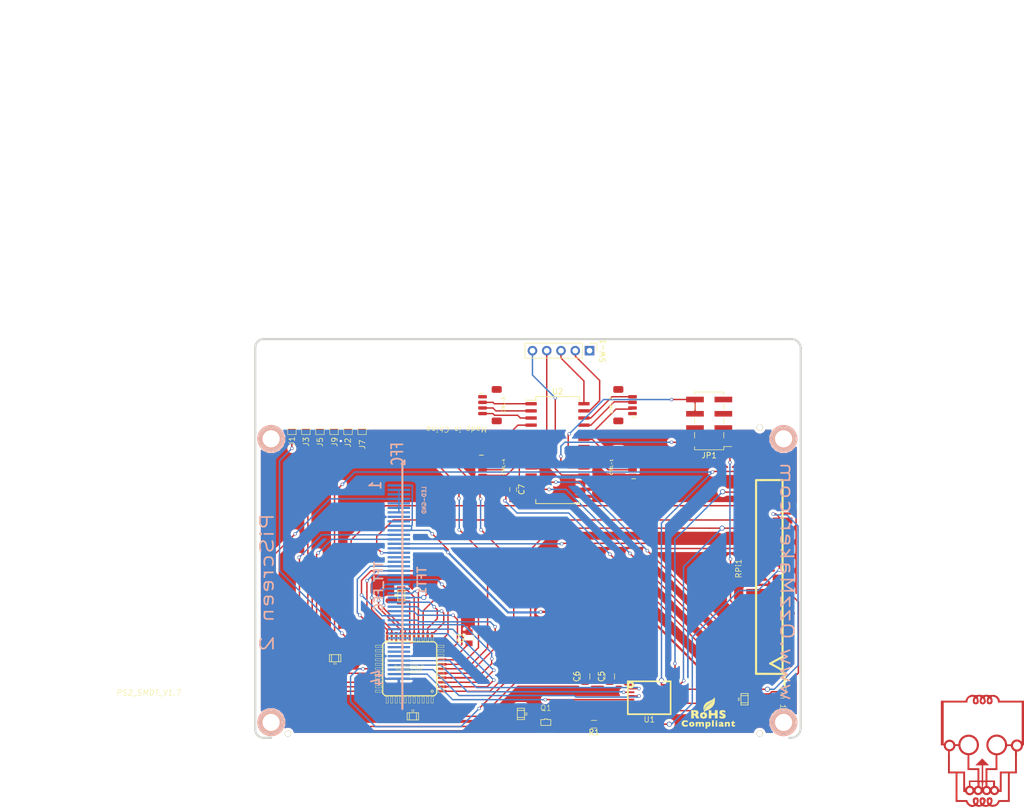
<source format=kicad_pcb>
(kicad_pcb (version 20171130) (host pcbnew "(5.0.0)")
  (layers (0 Front signal) (31 Back signal) (34 B.Paste user) (35 F.Paste user) (36 B.SilkS user) (37 F.SilkS user) (38 B.Mask user) (39 F.Mask user) (44 Edge.Cuts user))
  (net 0 "")
  (net 1 /3.3v)
  (net 2 /BACKLIGHT)
  (net 3 /CE0)
  (net 4 /CE1)
  (net 5 /DB00)
  (net 6 /DB01)
  (net 7 /DB02)
  (net 8 /DB03)
  (net 9 /DB04)
  (net 10 /DB05)
  (net 11 /DB06)
  (net 12 /DB07)
  (net 13 /DB08)
  (net 14 /DB09)
  (net 15 /DB10)
  (net 16 /DB11)
  (net 17 /DB12)
  (net 18 /DB13)
  (net 19 /DB14)
  (net 20 /DB15)
  (net 21 /GND)
  (net 22 /RESET)
  (net 23 /RS)
  (net 24 /SCL)
  (net 25 /SDA)
  (net 26 /TCK)
  (net 27 /TDI)
  (net 28 /TDO)
  (net 29 /TMS)
  (net 30 /XL)
  (net 31 /XR)
  (net 32 /YD)
  (net 33 /YU)
  (net 34 +3V3)
  (net 35 GND)
  (net 36 +5V)
  (net 37 /CLK)
  (net 38 /MOSI)
  (net 39 "Net-(IC1-Pad31)")
  (net 40 "Net-(IC1-Pad33)")
  (net 41 "Net-(IC1-Pad34)")
  (net 42 "Net-(IC1-Pad35)")
  (net 43 "Net-(IC1-Pad37)")
  (net 44 "Net-(IC1-Pad38)")
  (net 45 "Net-(IC1-Pad39)")
  (net 46 "Net-(IC1-Pad40)")
  (net 47 "Net-(IC1-Pad42)")
  (net 48 "Net-(IC1-Pad43)")
  (net 49 "Net-(IC1-Pad44)")
  (net 50 INTA-2)
  (net 51 INTA-1)
  (net 52 INTB-1)
  (net 53 "Net-(Q1-Pad1)")
  (net 54 "Net-(Q1-Pad3)")
  (net 55 "Net-(R2-Pad2)")
  (net 56 "Net-(RPi1-Pad8)")
  (net 57 "Net-(RPi1-Pad10)")
  (net 58 "Net-(RPi1-Pad13)")
  (net 59 "Net-(RPi1-Pad16)")
  (net 60 "Net-(RPi1-Pad17)")
  (net 61 /MISO)
  (net 62 "Net-(TFT1-Pad9)")
  (net 63 "Net-(TFT1-Pad17)")
  (net 64 "Net-(TFT1-Pad18)")
  (net 65 "Net-(TFT1-Pad35)")
  (net 66 "Net-(TFT1-Pad36)")
  (net 67 "Net-(TFT1-Pad37)")
  (net 68 "Net-(TFT1-Pad38)")
  (net 69 "Net-(U1-Pad13)")
  (net 70 INTA)
  (net 71 INTB)
  (net 72 "Net-(SW-1-Pad5)")
  (net 73 "Net-(SW-1-Pad4)")
  (net 74 "Net-(SW-1-Pad3)")
  (net 75 "Net-(SW-1-Pad2)")
  (net 76 "Net-(CTRL-2-Pad2)")
  (net 77 "Net-(CTRL-1-Pad4)")
  (net 78 "Net-(CTRL-1-Pad3)")
  (net 79 "Net-(CTRL-1-Pad2)")
  (net 80 "Net-(CTRL-4-Pad4)")
  (net 81 "Net-(CTRL-4-Pad3)")
  (net 82 "Net-(CTRL-4-Pad2)")
  (net 83 "Net-(CTRL-3-Pad4)")
  (net 84 "Net-(CTRL-3-Pad3)")
  (net 85 "Net-(CTRL-3-Pad2)")
  (net 86 "Net-(CTRL-2-Pad4)")
  (net 87 "Net-(CTRL-2-Pad3)")
  (module w_smd_cap:c_0805 (layer Front) (at 46.85 75)
    (fp_text reference C2 (at 0 -0.9906) (layer F.SilkS) (effects (font (size 0.29972 0.29972) (thickness 0.06096))))
    (fp_text value 100nF hide)
    (pad 1 smd rect (at 0.9525 0) (size 1.30048 1.4986) (layers Front F.Paste F.Mask) (net 34 +3V3))
    (pad 2 smd rect (at -0.9525 0) (size 1.30048 1.4986) (layers Front F.Paste F.Mask) (net 35 GND))
  )
  (module LOzzMaker-Skull-copper (layer Front) (at 148.3 81.1)
    (fp_text reference G2 hide)
    (fp_text value LOGO3 hide)
    (fp_line (start -6.79958 -1.04902) (end -7.05104 -1.04902) (layer Front) (width 0.20066))
    (fp_line (start -4.27482 -0.92456) (end -5.02412 -0.92456) (layer Front) (width 0.20066))
    (fp_line (start -4.27482 -1.02616) (end -5.00126 -1.02616) (layer Front) (width 0.20066))
    (fp_line (start 5.10032 -0.89916) (end 4.15036 -0.89916) (layer Front) (width 0.20066))
    (fp_line (start 5.17398 -1.00076) (end 4.30022 -1.00076) (layer Front) (width 0.20066))
    (fp_line (start 5.84962 0.87376) (end 5.84962 0.09906) (layer Front) (width 0.20066))
    (fp_line (start 5.99948 0.89916) (end 5.99948 0.09906) (layer Front) (width 0.20066))
    (fp_line (start 2.10058 6.4008) (end 2.10058 5.75056) (layer Front) (width 0.20066))
    (fp_line (start 1.95072 6.4008) (end 1.95072 5.6007) (layer Front) (width 0.20066))
    (fp_line (start 0.7493 6.49986) (end 0.7493 5.95122) (layer Front) (width 0.20066))
    (fp_line (start 0.59944 6.44906) (end 0.59944 5.95122) (layer Front) (width 0.20066))
    (fp_line (start -0.0508 6.94944) (end -0.0508 6.20014) (layer Front) (width 0.20066))
    (fp_line (start -0.65024 6.35) (end -0.65024 5.6007) (layer Front) (width 0.20066))
    (fp_line (start -0.65024 5.6007) (end -0.8001 5.79882) (layer Front) (width 0.20066))
    (fp_line (start -0.8001 5.79882) (end -0.8001 6.4008) (layer Front) (width 0.20066))
    (fp_line (start -2.3495 6.35) (end -2.3495 5.95122) (layer Front) (width 0.20066))
    (fp_line (start -2.30124 6.4008) (end -2.30124 5.90042) (layer Front) (width 0.20066))
    (fp_line (start -2.30124 5.90042) (end -2.30124 6.2992) (layer Front) (width 0.20066))
    (fp_circle (center -0.80264 7.10184) (end -1.30048 6.70052) (layer Front) (width 0.381))
    (fp_circle (center 2.10058 7.10184) (end 1.60274 6.70052) (layer Front) (width 0.381))
    (fp_circle (center 0.6985 7.10184) (end 0.29972 6.60146) (layer Front) (width 0.381))
    (fp_circle (center -2.30124 7.10184) (end -2.60096 6.49986) (layer Front) (width 0.381))
    (fp_circle (center 2.5019 -1.00076) (end 1.6002 0.39878) (layer Front) (width 0.381))
    (fp_circle (center -2.49936 -1.00076) (end -2.90068 0.59944) (layer Front) (width 0.381))
    (fp_circle (center 6.10108 -0.89916) (end 6.90118 -0.50038) (layer Front) (width 0.381))
    (fp_circle (center -5.89788 -0.9017) (end -5.09778 -0.60198) (layer Front) (width 0.381))
    (fp_poly (pts (xy -1.79324 10.0584) (xy -1.49098 9.94664) (xy -1.3843 9.89838) (xy -1.23952 9.89584) (xy -1.23952 9.38022) (xy -1.34874 9.23798) (xy -1.40208 9.1059) (xy -1.40462 8.80618) (xy -1.22682 8.67664) (xy -1.15824 8.6868) (xy -1.03124 8.89) (xy -1.03124 8.9535) (xy -1.12776 9.26338) (xy -1.23952 9.38022) (xy -1.23952 9.89584) (xy -1.15062 9.8933) (xy -1.12014 9.91616) (xy -0.7239 10.02792) (xy -0.3048 9.94664) (xy -0.19558 9.89838) (xy -0.05588 9.89584) (xy -0.05588 9.38022) (xy -0.16256 9.23798) (xy -0.21844 9.1059) (xy -0.21844 8.80618) (xy -0.04064 8.67664) (xy 0.0254 8.6868) (xy 0.14986 8.89) (xy 0.1524 8.9535) (xy 0.05588 9.26338) (xy -0.05588 9.38022) (xy -0.05588 9.89584) (xy 0.03048 9.8933) (xy 0.14478 9.9568) (xy 0.56388 10.02792) (xy 0.96266 9.94664) (xy 1.13538 9.87298) (xy 1.21158 9.89076) (xy 1.21158 9.38022) (xy 1.1049 9.23798) (xy 1.04902 9.1059) (xy 1.04902 8.80618) (xy 1.22682 8.67664) (xy 1.2954 8.6868) (xy 1.41986 8.89) (xy 1.4224 8.9535) (xy 1.32588 9.26338) (xy 1.21158 9.38022) (xy 1.21158 9.89076) (xy 1.32588 9.9187) (xy 1.61544 10.01014) (xy 2.0574 9.98728) (xy 2.4638 9.85266) (xy 2.62382 9.73582) (xy 2.87782 9.41832) (xy 3.00482 9.14654) (xy 4.82346 9.144) (xy 4.82346 4.064) (xy 6.09346 4.064) (xy 6.09346 1.98882) (xy 6.09346 1.19888) (xy 6.08838 0.58674) (xy 6.07314 0.20828) (xy 6.04266 0.00762) (xy 5.99694 -0.06858) (xy 5.92582 -0.08382) (xy 5.87502 -0.07874) (xy 5.81914 -0.02794) (xy 5.78358 0.12954) (xy 5.7658 0.44958) (xy 5.75818 0.99568) (xy 5.75564 1.81864) (xy 5.75564 3.72364) (xy 3.04546 3.72364) (xy 3.04546 5.37464) (xy 3.04546 5.83946) (xy 3.03784 6.44906) (xy 3.01752 6.80974) (xy 2.97942 6.98246) (xy 2.91846 7.02564) (xy 2.89052 7.03072) (xy 2.79146 7.19582) (xy 2.83718 7.32282) (xy 3.08864 7.366) (xy 3.38582 7.366) (xy 3.38582 4.064) (xy 4.48564 4.064) (xy 4.48564 8.80364) (xy 3.59664 8.80364) (xy 3.17754 8.80618) (xy 2.86004 8.8265) (xy 2.73304 8.8773) (xy 2.70764 8.9789) (xy 2.66446 9.12114) (xy 2.46126 9.40308) (xy 2.25044 9.57072) (xy 1.8669 9.652) (xy 1.51892 9.652) (xy 1.64846 9.40054) (xy 1.69926 9.28116) (xy 1.76784 8.81634) (xy 1.63576 8.45058) (xy 1.54432 8.37692) (xy 1.17602 8.30326) (xy 0.83058 8.43534) (xy 0.70866 8.6741) (xy 0.68326 9.09066) (xy 0.8001 9.45388) (xy 0.88138 9.6012) (xy 0.75946 9.67486) (xy 0.73914 9.67994) (xy 0.4191 9.67486) (xy 0.24892 9.62914) (xy 0.4191 9.33958) (xy 0.46736 9.25322) (xy 0.58166 8.83666) (xy 0.4064 8.49122) (xy 0.32258 8.41756) (xy -0.06604 8.29818) (xy -0.43688 8.43534) (xy -0.5588 8.6741) (xy -0.5842 9.09066) (xy -0.46482 9.45388) (xy -0.38862 9.5885) (xy -0.4572 9.67994) (xy -0.4826 9.68502) (xy -0.7493 9.6774) (xy -0.762 9.67486) (xy -0.88138 9.6012) (xy -0.8001 9.39292) (xy -0.7493 9.27354) (xy -0.68326 8.8138) (xy -0.81534 8.45058) (xy -0.90932 8.37692) (xy -1.27762 8.30326) (xy -1.62306 8.43534) (xy -1.74498 8.6741) (xy -1.76784 9.09066) (xy -1.651 9.45388) (xy -1.57226 9.6012) (xy -1.70688 9.67994) (xy -1.90246 9.69264) (xy -2.31394 9.52246) (xy -2.60858 9.14654) (xy -2.75082 8.80618) (xy -4.48564 8.80364) (xy -4.48564 4.064) (xy -3.46964 4.064) (xy -3.46964 7.366) (xy -3.21564 7.366) (xy -3.048 7.34568) (xy -2.96164 7.19582) (xy -2.96418 7.15772) (xy -3.048 7.02564) (xy -3.0607 7.01294) (xy -3.0988 6.75894) (xy -3.1242 6.20268) (xy -3.13182 5.37464) (xy -3.13182 3.72364) (xy -5.842 3.72364) (xy -5.842 1.778) (xy -5.842 1.15824) (xy -5.84708 0.52578) (xy -5.85978 0.13462) (xy -5.89026 -0.07112) (xy -5.93852 -0.1524) (xy -6.00964 -0.16764) (xy -6.07822 -0.15494) (xy -6.12648 -0.08128) (xy -6.15696 0.10922) (xy -6.1722 0.47498) (xy -6.17728 1.06934) (xy -6.17982 1.94564) (xy -6.17982 4.064) (xy -4.826 4.064) (xy -4.826 9.144) (xy -2.99466 9.144) (xy -2.84988 9.44372) (xy -2.77114 9.58088) (xy -2.34696 9.90854) (xy -2.09296 10.01268) (xy -1.79324 10.0584)) (layer Front) (width 0.00254))
    (fp_poly (pts (xy 2.02946 6.35) (xy 2.11836 6.33476) (xy 2.18694 6.20268) (xy 2.19964 5.842) (xy 2.19964 5.334) (xy 0.84582 5.334) (xy 0.84582 3.46964) (xy 2.62382 3.46964) (xy 2.62382 2.07264) (xy 2.62128 1.51892) (xy 2.61366 1.04902) (xy 2.58826 0.79502) (xy 2.53746 0.69596) (xy 2.45364 0.67564) (xy 2.41046 0.67818) (xy 2.33934 0.72898) (xy 2.30378 0.90424) (xy 2.28854 1.27) (xy 2.28346 1.905) (xy 2.28346 3.13182) (xy 0.50546 3.13182) (xy 0.50546 5.334) (xy 0.08382 5.334) (xy 0.08382 2.62382) (xy 1.14046 2.62382) (xy -0.08382 1.397) (xy -1.31064 2.62382) (xy -0.16764 2.62382) (xy -0.16764 5.334) (xy -0.59182 5.334) (xy -0.59182 3.13182) (xy -2.36982 3.13182) (xy -2.36982 1.905) (xy -2.36982 1.58496) (xy -2.37744 1.0795) (xy -2.4003 0.80772) (xy -2.4511 0.69596) (xy -2.54 0.67564) (xy -2.60604 0.6858) (xy -2.66192 0.762) (xy -2.6924 0.97282) (xy -2.7051 1.38684) (xy -2.70764 2.07264) (xy -2.70764 3.46964) (xy -0.92964 3.46964) (xy -0.92964 5.334) (xy -2.45364 5.334) (xy -2.45364 5.842) (xy -2.45364 5.95884) (xy -2.42062 6.26618) (xy -2.32664 6.35) (xy -2.2352 6.28142) (xy -2.19964 5.969) (xy -2.19964 5.588) (xy -0.92964 5.588) (xy -0.92964 5.969) (xy -0.92964 6.0452) (xy -0.89408 6.29412) (xy -0.762 6.35) (xy -0.72644 6.34746) (xy -0.61722 6.26618) (xy -0.59182 5.969) (xy -0.58928 5.82422) (xy -0.54356 5.62356) (xy -0.381 5.588) (xy -0.29972 5.59054) (xy -0.18796 5.67436) (xy -0.16764 5.969) (xy -0.14478 6.24586) (xy -0.04064 6.35) (xy 0.04826 6.28142) (xy 0.08382 5.969) (xy 0.08636 5.82422) (xy 0.13208 5.62356) (xy 0.29464 5.588) (xy 0.37592 5.59054) (xy 0.48514 5.67436) (xy 0.50546 5.969) (xy 0.508 6.0452) (xy 0.54356 6.29412) (xy 0.67564 6.35) (xy 0.7112 6.34746) (xy 0.82042 6.26618) (xy 0.84582 5.969) (xy 0.84582 5.588) (xy 1.86182 5.588) (xy 1.86182 5.969) (xy 1.86182 6.0452) (xy 1.89738 6.29412) (xy 2.02946 6.35)) (layer Front) (width 0.00254))
    (fp_poly (pts (xy -4.572 -0.84582) (xy -4.45262 -0.84582) (xy -4.14528 -0.87884) (xy -4.064 -0.97282) (xy -4.06654 -1.00076) (xy -4.19608 -1.0795) (xy -4.572 -1.09982) (xy -4.68884 -1.09728) (xy -4.99618 -1.0668) (xy -5.08 -0.97282) (xy -5.07492 -0.94234) (xy -4.94538 -0.86614) (xy -4.572 -0.84582)) (layer Front) (width 0.00254))
    (fp_poly (pts (xy 4.61264 -0.84582) (xy 4.79298 -0.84836) (xy 5.08508 -0.88138) (xy 5.16382 -0.97282) (xy 5.15366 -1.01346) (xy 5.00634 -1.08204) (xy 4.61264 -1.09982) (xy 4.43484 -1.09728) (xy 4.1402 -1.06426) (xy 4.06146 -0.97282) (xy 4.07162 -0.93218) (xy 4.21894 -0.8636) (xy 4.61264 -0.84582)) (layer Front) (width 0.00254))
    (fp_poly (pts (xy 7.36346 -0.92964) (xy 7.36346 -8.89) (xy 3.06578 -8.89) (xy 3.01244 -9.0932) (xy 2.96672 -9.23036) (xy 2.62636 -9.66724) (xy 2.11074 -9.91362) (xy 1.53416 -9.90854) (xy 1.40208 -9.87806) (xy 0.93472 -9.91616) (xy 0.7493 -9.96188) (xy 0.3302 -9.91362) (xy 0.10922 -9.86282) (xy -0.3302 -9.91362) (xy -0.5334 -9.95934) (xy -0.93218 -9.91616) (xy -1.11506 -9.87298) (xy -1.57226 -9.91616) (xy -1.71196 -9.94664) (xy -2.00152 -9.94918) (xy -2.34696 -9.80948) (xy -2.66192 -9.61136) (xy -2.91846 -9.24814) (xy -3.08356 -8.89) (xy -7.44982 -8.89) (xy -7.44982 -0.92964) (xy -6.94182 -0.92964) (xy -6.94182 -8.54964) (xy -2.70764 -8.54964) (xy -2.70764 -8.78586) (xy -2.70002 -8.87222) (xy -2.57048 -9.21766) (xy -2.4511 -9.34466) (xy -2.07772 -9.55548) (xy -1.7145 -9.59612) (xy -1.5875 -9.525) (xy -1.65862 -9.32688) (xy -1.72212 -9.1694) (xy -1.7653 -8.71728) (xy -1.63576 -8.36676) (xy -1.54432 -8.2931) (xy -1.17856 -8.21944) (xy -1.17856 -8.57758) (xy -1.37922 -8.60298) (xy -1.39192 -8.62076) (xy -1.43256 -8.88492) (xy -1.32334 -9.18464) (xy -1.21412 -9.29386) (xy -1.1049 -9.15416) (xy -1.0795 -9.09574) (xy -1.03124 -8.77824) (xy -1.03378 -8.76554) (xy -1.17856 -8.57758) (xy -1.17856 -8.21944) (xy -1.17602 -8.21944) (xy -0.83058 -8.35152) (xy -0.7493 -8.46328) (xy -0.68072 -8.86206) (xy -0.8001 -9.3091) (xy -0.88392 -9.51484) (xy -0.79502 -9.6012) (xy -0.6477 -9.64438) (xy -0.44196 -9.57834) (xy -0.381 -9.49706) (xy -0.46228 -9.26338) (xy -0.51562 -9.14654) (xy -0.5715 -8.6868) (xy -0.38608 -8.34644) (xy 0 -8.21182) (xy 0 -8.54964) (xy -0.03556 -8.55218) (xy -0.22352 -8.67918) (xy -0.21336 -8.90016) (xy -0.11684 -9.17702) (xy 0 -9.31164) (xy 0.11176 -9.18464) (xy 0.21082 -8.90778) (xy 0.22352 -8.67918) (xy 0.20828 -8.65124) (xy 0 -8.54964) (xy 0 -8.21182) (xy 0.10668 -8.21944) (xy 0.44958 -8.40994) (xy 0.57912 -8.7884) (xy 0.46228 -9.26338) (xy 0.38354 -9.45134) (xy 0.43942 -9.58088) (xy 0.66294 -9.60882) (xy 0.85344 -9.56564) (xy 0.8763 -9.53008) (xy 0.80518 -9.31672) (xy 0.75184 -9.19734) (xy 0.68326 -8.72998) (xy 0.81534 -8.36676) (xy 0.90932 -8.2931) (xy 1.27 -8.21944) (xy 1.27 -8.57504) (xy 1.07442 -8.60298) (xy 1.05918 -8.62076) (xy 1.02108 -8.88238) (xy 1.12522 -9.17702) (xy 1.21412 -9.27354) (xy 1.34366 -9.19734) (xy 1.37922 -9.13384) (xy 1.4224 -8.83158) (xy 1.41478 -8.78078) (xy 1.27 -8.57504) (xy 1.27 -8.21944) (xy 1.27508 -8.21944) (xy 1.62306 -8.35152) (xy 1.74498 -8.59028) (xy 1.76784 -9.0043) (xy 1.651 -9.36752) (xy 1.57226 -9.51738) (xy 1.70688 -9.59358) (xy 1.8034 -9.61136) (xy 2.2225 -9.50468) (xy 2.5654 -9.1948) (xy 2.70764 -8.78586) (xy 2.70764 -8.54964) (xy 6.94182 -8.54964) (xy 6.94182 -0.92964) (xy 7.36346 -0.92964)) (layer Front) (width 0.00254))
  )
  (module SOT323 (layer Front) (at 70.51 76.1 180)
    (fp_text reference Q1 (at -0.01 2.58 180) (layer F.SilkS) (effects (font (size 1.00076 1.00076) (thickness 0.09906))))
    (fp_text value Q_NPN_BEC hide)
    (pad 2 smd rect (at -0.65024 -0.94996 180) (size 0.59944 1.00076) (layers Front F.Paste F.Mask) (net 35 GND))
    (pad 1 smd rect (at 0.65024 -0.94996 180) (size 0.59944 1.00076) (layers Front F.Paste F.Mask) (net 53 "Net-(Q1-Pad1)"))
    (pad 3 smd rect (at 0 0.94996 180) (size 0.59944 1.00076) (layers Front F.Paste F.Mask) (net 54 "Net-(Q1-Pad3)"))
  )
  (module TSSOP-16 (layer Front) (at 88.65 71.7 270)
    (fp_text reference U1 (at 3.875 -0.3) (layer F.SilkS) (effects (font (thickness 0.127))))
    (fp_text value XPT2046 hide)
    (pad 1 smd rect (at -2.3 2.9 270) (size 0.3302 1.0414) (layers Front F.Paste F.Mask) (net 34 +3V3))
    (pad 2 smd rect (at -1.64468 2.9 270) (size 0.3302 1.0414) (layers Front F.Paste F.Mask) (net 30 /XL))
    (pad 3 smd rect (at -0.98936 2.9 270) (size 0.3302 1.0414) (layers Front F.Paste F.Mask) (net 32 /YD))
    (pad 4 smd rect (at -0.33404 2.9 270) (size 0.3302 1.0414) (layers Front F.Paste F.Mask) (net 31 /XR))
    (pad 5 smd rect (at 0.32128 2.9 270) (size 0.3302 1.0414) (layers Front F.Paste F.Mask) (net 33 /YU))
    (pad 6 smd rect (at 0.9766 2.9 270) (size 0.3302 1.0414) (layers Front F.Paste F.Mask) (net 35 GND))
    (pad 7 smd rect (at 1.63192 2.9 270) (size 0.3302 1.0414) (layers Front F.Paste F.Mask) (net 35 GND))
    (pad 8 smd rect (at 2.28724 2.9 270) (size 0.3302 1.0414) (layers Front F.Paste F.Mask) (net 35 GND))
    (pad 9 smd rect (at 2.28724 -3.2468 90) (size 0.3302 1.0414) (layers Front F.Paste F.Mask) (net 34 +3V3))
    (pad 10 smd rect (at 1.63192 -3.2468 90) (size 0.3302 1.0414) (layers Front F.Paste F.Mask) (net 34 +3V3))
    (pad 11 smd rect (at 0.9766 -3.2468 90) (size 0.3302 1.0414) (layers Front F.Paste F.Mask) (net 51 INTA-1))
    (pad 12 smd rect (at 0.32128 -3.2468 90) (size 0.3302 1.0414) (layers Front F.Paste F.Mask) (net 61 /MISO))
    (pad 13 smd rect (at -0.33404 -3.2468 90) (size 0.3302 1.0414) (layers Front F.Paste F.Mask) (net 69 "Net-(U1-Pad13)"))
    (pad 14 smd rect (at -0.98936 -3.2468 90) (size 0.3302 1.0414) (layers Front F.Paste F.Mask) (net 38 /MOSI))
    (pad 15 smd rect (at -1.64468 -3.2468 90) (size 0.3302 1.0414) (layers Front F.Paste F.Mask) (net 4 /CE1))
    (pad 16 smd rect (at -2.3 -3.2468 90) (size 0.3302 1.0414) (layers Front F.Paste F.Mask) (net 37 /CLK))
  )
  (module w_smd_cap:c_0805 (layer Front) (at 105.904 71.959 90)
    (fp_text reference R3 (at 0 -0.9906 90) (layer F.SilkS) (effects (font (size 0.29972 0.29972) (thickness 0.06096))))
    (fp_text value 100K hide)
    (pad 1 smd rect (at 0.9525 0 90) (size 1.30048 1.4986) (layers Front F.Paste F.Mask) (net 51 INTA-1))
    (pad 2 smd rect (at -0.9525 0 90) (size 1.30048 1.4986) (layers Front F.Paste F.Mask) (net 34 +3V3))
  )
  (module w_smd_cap:c_0805 (layer Front) (at 66.075 74.575 270)
    (fp_text reference R2 (at 0 -0.9906 270) (layer F.SilkS) (effects (font (size 0.29972 0.29972) (thickness 0.06096))))
    (fp_text value 4.7 hide)
    (pad 1 smd rect (at 0.9525 0 270) (size 1.30048 1.4986) (layers Front F.Paste F.Mask) (net 54 "Net-(Q1-Pad3)"))
    (pad 2 smd rect (at -0.9525 0 270) (size 1.30048 1.4986) (layers Front F.Paste F.Mask) (net 55 "Net-(R2-Pad2)"))
  )
  (module w_smd_cap:c_0805 (layer Front) (at 33 64.65 180)
    (fp_text reference C4 (at 0 -0.9906 180) (layer F.SilkS) (effects (font (size 0.29972 0.29972) (thickness 0.06096))))
    (fp_text value 100nF hide)
    (pad 1 smd rect (at 0.9525 0 180) (size 1 1.4986) (layers Front F.Paste F.Mask) (net 34 +3V3))
    (pad 2 smd rect (at -0.9525 0 180) (size 1 1.4986) (layers Front F.Paste F.Mask) (net 35 GND))
  )
  (module w_smd_cap:c_0805 (layer Front) (at 44.78 53.46 90)
    (fp_text reference C3 (at 0 -0.9906 90) (layer F.SilkS) (effects (font (size 0.29972 0.29972) (thickness 0.06096))))
    (fp_text value 100nF hide)
    (pad 1 smd rect (at 0.9525 0 90) (size 1.30048 1.4986) (layers Front F.Paste F.Mask) (net 34 +3V3))
    (pad 2 smd rect (at -0.9525 0 90) (size 1.30048 1.4986) (layers Front F.Paste F.Mask) (net 35 GND))
  )
  (module JTAG-1PAD (layer Front) (at 27.8 24.3 90)
    (fp_text reference J3 (at -1.82 0.04 90) (layer F.SilkS) (effects (font (thickness 0.127))))
    (fp_text value Conn_01x01 hide)
    (pad 1 smd rect (at 0 0 90) (size 0.889 1.397) (layers Front F.Mask) (net 28 /TDO))
  )
  (module JTAG-1PAD (layer Front) (at 25.3 24.3 90)
    (fp_text reference J1 (at -1.69 0.02 90) (layer F.SilkS) (effects (font (thickness 0.127))))
    (fp_text value Conn_01x01 hide)
    (pad 1 smd rect (at 0 0 90) (size 0.889 1.397) (layers Front F.Mask) (net 26 /TCK))
  )
  (module header-SMD-26pin (layer Front) (at 110.31 50.52 90)
    (fp_text reference RPi1 (at 1.83 -5.46 90) (layer F.SilkS) (effects (font (thickness 0.127))))
    (fp_text value RASPBERRY_IO hide)
    (pad 1 smd rect (at -15.04 2.36 90) (size 1.28016 3.5) (layers Front F.Paste F.Mask) (net 34 +3V3))
    (pad 2 smd rect (at -15.04 -2.36 90) (size 1.1 3.5) (layers Front F.Paste F.Mask) (net 36 +5V))
    (pad 3 smd rect (at -12.5 2.36 90) (size 1.1 3.5) (layers Front F.Paste F.Mask) (net 25 /SDA))
    (pad 4 smd rect (at -12.5 -2.36 90) (size 1.1 3.5) (layers Front F.Paste F.Mask) (net 36 +5V))
    (pad 5 smd rect (at -9.96 2.36 90) (size 1.1 3.5) (layers Front F.Paste F.Mask) (net 24 /SCL))
    (pad 6 smd rect (at -9.96 -2.36 90) (size 1.1 3.5) (layers Front F.Paste F.Mask) (net 35 GND))
    (pad 7 smd rect (at -7.42 2.36 90) (size 1.1 3.5) (layers Front F.Paste F.Mask) (net 52 INTB-1))
    (pad 8 smd rect (at -7.42 -2.36 90) (size 1.1 3.5) (layers Front F.Paste F.Mask) (net 56 "Net-(RPi1-Pad8)"))
    (pad 9 smd rect (at -4.88 2.36 90) (size 1.1 3.5) (layers Front F.Paste F.Mask) (net 35 GND))
    (pad 10 smd rect (at -4.88 -2.36 90) (size 1.1 3.5) (layers Front F.Paste F.Mask) (net 57 "Net-(RPi1-Pad10)"))
    (pad 11 smd rect (at -2.34 2.36 90) (size 1.1 3.5) (layers Front F.Paste F.Mask) (net 51 INTA-1))
    (pad 12 smd rect (at -2.34 -2.36 90) (size 1.1 3.5) (layers Front F.Paste F.Mask) (net 50 INTA-2))
    (pad 13 smd rect (at 0.2 2.36 90) (size 1.1 3.5) (layers Front F.Paste F.Mask) (net 58 "Net-(RPi1-Pad13)"))
    (pad 14 smd rect (at 0.2 -2.36 90) (size 1.1 3.5) (layers Front F.Paste F.Mask) (net 35 GND))
    (pad 15 smd rect (at 2.74 2.36 90) (size 1.1 3.5) (layers Front F.Paste F.Mask) (net 2 /BACKLIGHT))
    (pad 16 smd rect (at 2.74 -2.36 90) (size 1.1 3.5) (layers Front F.Paste F.Mask) (net 59 "Net-(RPi1-Pad16)"))
    (pad 17 smd rect (at 5.28 2.36 90) (size 1.1 3.5) (layers Front F.Paste F.Mask) (net 60 "Net-(RPi1-Pad17)"))
    (pad 18 smd rect (at 5.28 -2.36 90) (size 1.1 3.5) (layers Front F.Paste F.Mask) (net 23 /RS))
    (pad 19 smd rect (at 7.82 2.36 90) (size 1.1 3.5) (layers Front F.Paste F.Mask) (net 38 /MOSI))
    (pad 20 smd rect (at 7.82 -2.36 90) (size 1.1 3.5) (layers Front F.Paste F.Mask) (net 35 GND))
    (pad 21 smd rect (at 10.36 2.36 90) (size 1.1 3.5) (layers Front F.Paste F.Mask) (net 61 /MISO))
    (pad 22 smd rect (at 10.36 -2.36 90) (size 1.1 3.5) (layers Front F.Paste F.Mask) (net 22 /RESET))
    (pad 23 smd rect (at 12.9 2.36 90) (size 1.1 3.5) (layers Front F.Paste F.Mask) (net 37 /CLK))
    (pad 24 smd rect (at 12.9 -2.36 90) (size 1.1 3.5) (layers Front F.Paste F.Mask) (net 3 /CE0))
    (pad 25 smd rect (at 15.44 2.36 90) (size 1.1 3.5) (layers Front F.Paste F.Mask) (net 35 GND))
    (pad 26 smd rect (at 15.44 -2.36 90) (size 1.1 3.5) (layers Front F.Paste F.Mask) (net 4 /CE1))
  )
  (module FFC_TFT (layer Back) (at 44.352 50.984 270)
    (fp_text reference TFT1 (at -0.09906 -4.09956 270) (layer B.SilkS) (effects (font (size 1.524 1.524) (thickness 0.3048)) (justify mirror)))
    (fp_text value TFT_FFC (at 0.89916 3.59918 270) (layer B.SilkS) (effects (font (size 1.524 1.524) (thickness 0.3048)) (justify mirror)))
    (pad 1 smd rect (at -17.09928 0 270) (size 0.39878 4.0005) (layers Back B.Paste B.Mask) (net 34 +3V3))
    (pad 2 smd rect (at -16.29918 0 270) (size 0.39878 4.0005) (layers Back B.Paste B.Mask) (net 55 "Net-(R2-Pad2)"))
    (pad 3 smd rect (at -15.49908 0 270) (size 0.39878 4.0005) (layers Back B.Paste B.Mask) (net 55 "Net-(R2-Pad2)"))
    (pad 4 smd rect (at -14.69898 0 270) (size 0.39878 4.0005) (layers Back B.Paste B.Mask) (net 55 "Net-(R2-Pad2)"))
    (pad 5 smd rect (at -13.89888 0 270) (size 0.39878 4.0005) (layers Back B.Paste B.Mask) (net 55 "Net-(R2-Pad2)"))
    (pad 6 smd rect (at -13.09878 0 270) (size 0.39878 4.0005) (layers Back B.Paste B.Mask) (net 55 "Net-(R2-Pad2)"))
    (pad 7 smd rect (at -12.29868 0 270) (size 0.39878 4.0005) (layers Back B.Paste B.Mask) (net 55 "Net-(R2-Pad2)"))
    (pad 8 smd rect (at -11.49858 0 270) (size 0.39878 4.0005) (layers Back B.Paste B.Mask) (net 35 GND))
    (pad 9 smd rect (at -10.69848 0 270) (size 0.39878 4.0005) (layers Back B.Paste B.Mask) (net 62 "Net-(TFT1-Pad9)"))
    (pad 10 smd rect (at -9.89838 0 270) (size 0.39878 4.0005) (layers Back B.Paste B.Mask) (net 34 +3V3))
    (pad 11 smd rect (at -9.09828 0 270) (size 0.39878 4.0005) (layers Back B.Paste B.Mask) (net 34 +3V3))
    (pad 12 smd rect (at -8.29818 0 270) (size 0.39878 4.0005) (layers Back B.Paste B.Mask) (net 40 "Net-(IC1-Pad33)"))
    (pad 13 smd rect (at -7.49808 0 270) (size 0.39878 4.0005) (layers Back B.Paste B.Mask) (net 39 "Net-(IC1-Pad31)"))
    (pad 14 smd rect (at -6.70052 0 270) (size 0.39878 4.0005) (layers Back B.Paste B.Mask) (net 23 /RS))
    (pad 15 smd rect (at -5.90042 0 270) (size 0.39878 4.0005) (layers Back B.Paste B.Mask) (net 34 +3V3))
    (pad 16 smd rect (at -5.10032 0 270) (size 0.39878 4.0005) (layers Back B.Paste B.Mask) (net 22 /RESET))
    (pad 17 smd rect (at -4.30022 0 270) (size 0.39878 4.0005) (layers Back B.Paste B.Mask) (net 63 "Net-(TFT1-Pad17)"))
    (pad 18 smd rect (at -3.50012 0 270) (size 0.39878 4.0005) (layers Back B.Paste B.Mask) (net 64 "Net-(TFT1-Pad18)"))
    (pad 19 smd rect (at -2.70002 0 270) (size 0.39878 4.0005) (layers Back B.Paste B.Mask) (net 20 /DB15))
    (pad 20 smd rect (at -1.89992 0 270) (size 0.39878 4.0005) (layers Back B.Paste B.Mask) (net 19 /DB14))
    (pad 21 smd rect (at -1.09982 0 270) (size 0.39878 4.0005) (layers Back B.Paste B.Mask) (net 18 /DB13))
    (pad 22 smd rect (at -0.29972 0 270) (size 0.39878 4.0005) (layers Back B.Paste B.Mask) (net 17 /DB12))
    (pad 23 smd rect (at 0.50038 0 270) (size 0.39878 4.0005) (layers Back B.Paste B.Mask) (net 16 /DB11))
    (pad 24 smd rect (at 1.30048 0 270) (size 0.39878 4.0005) (layers Back B.Paste B.Mask) (net 15 /DB10))
    (pad 25 smd rect (at 2.10058 0 270) (size 0.39878 4.0005) (layers Back B.Paste B.Mask) (net 14 /DB09))
    (pad 26 smd rect (at 2.90068 0 270) (size 0.39878 4.0005) (layers Back B.Paste B.Mask) (net 13 /DB08))
    (pad 27 smd rect (at 3.70078 0 270) (size 0.39878 4.0005) (layers Back B.Paste B.Mask) (net 12 /DB07))
    (pad 28 smd rect (at 4.50088 0 270) (size 0.39878 4.0005) (layers Back B.Paste B.Mask) (net 11 /DB06))
    (pad 29 smd rect (at 5.30098 0 270) (size 0.39878 4.0005) (layers Back B.Paste B.Mask) (net 10 /DB05))
    (pad 30 smd rect (at 6.10108 0 270) (size 0.39878 4.0005) (layers Back B.Paste B.Mask) (net 9 /DB04))
    (pad 31 smd rect (at 6.90118 0 270) (size 0.39878 4.0005) (layers Back B.Paste B.Mask) (net 8 /DB03))
    (pad 32 smd rect (at 7.70128 0 270) (size 0.39878 4.0005) (layers Back B.Paste B.Mask) (net 7 /DB02))
    (pad 33 smd rect (at 8.50138 0 270) (size 0.39878 4.0005) (layers Back B.Paste B.Mask) (net 6 /DB01))
    (pad 34 smd rect (at 9.30148 0 270) (size 0.39878 4.0005) (layers Back B.Paste B.Mask) (net 5 /DB00))
    (pad 35 smd rect (at 10.10158 0 270) (size 0.39878 4.0005) (layers Back B.Paste B.Mask) (net 65 "Net-(TFT1-Pad35)"))
    (pad 36 smd rect (at 10.90168 0 270) (size 0.39878 4.0005) (layers Back B.Paste B.Mask) (net 66 "Net-(TFT1-Pad36)"))
    (pad 37 smd rect (at 11.70178 0 270) (size 0.39878 4.0005) (layers Back B.Paste B.Mask) (net 67 "Net-(TFT1-Pad37)"))
    (pad 38 smd rect (at 12.50188 0 270) (size 0.39878 4.0005) (layers Back B.Paste B.Mask) (net 68 "Net-(TFT1-Pad38)"))
    (pad 39 smd rect (at 13.30198 0 270) (size 0.39878 4.0005) (layers Back B.Paste B.Mask) (net 35 GND))
    (pad 40 smd rect (at 14.09954 0 270) (size 0.39878 4.0005) (layers Back B.Paste B.Mask) (net 30 /XL))
    (pad 41 smd rect (at 14.89964 0 270) (size 0.39878 4.0005) (layers Back B.Paste B.Mask) (net 32 /YD))
    (pad 42 smd rect (at 15.69974 0 270) (size 0.39878 4.0005) (layers Back B.Paste B.Mask) (net 31 /XR))
    (pad 43 smd rect (at 16.49984 0 270) (size 0.39878 4.0005) (layers Back B.Paste B.Mask) (net 33 /YU))
    (pad 44 smd rect (at 17.29994 0 270) (size 0.39878 4.0005) (layers Back B.Paste B.Mask) (net 35 GND))
  )
  (module 1pin (layer Front) (at 108.604 78.086)
    (fp_text reference 1mm_tft-2 hide)
    (fp_text value P*** hide)
    (pad 1 thru_hole circle (at 0 0) (size 1.09982 1.09982) (drill 1.00076) (layers *.Cu *.Mask F.SilkS))
  )
  (module 1pin (layer Front) (at 24.6014 78.086)
    (fp_text reference 1mm_tft-1 hide)
    (fp_text value P*** hide)
    (pad 1 thru_hole circle (at 0 0) (size 1.09982 1.09982) (drill 1.00076) (layers *.Cu *.Mask F.SilkS))
  )
  (module 1pin (layer Back) (at 112.854 25.584)
    (fp_text reference Mount4 hide)
    (fp_text value P*** hide)
    (pad 1 thru_hole circle (at 0 0) (size 4.064 4.064) (drill 3.048) (layers *.Cu *.Mask B.SilkS))
  )
  (module 1pin (layer Back) (at 112.854 76.084)
    (fp_text reference Mount3 hide)
    (fp_text value P*** hide)
    (pad 1 thru_hole circle (at 0 0) (size 4.064 4.064) (drill 3.048) (layers *.Cu *.Mask B.SilkS))
  )
  (module 1pin (layer Back) (at 21.6016 25.584)
    (fp_text reference Mount2 hide)
    (fp_text value P*** hide)
    (pad 1 thru_hole circle (at 0 0) (size 4.064 4.064) (drill 3.048) (layers *.Cu *.Mask B.SilkS))
  )
  (module 1pin (layer Back) (at 21.6016 76.082)
    (fp_text reference Mount1 hide)
    (fp_text value P*** hide)
    (pad 1 thru_hole circle (at 0 0) (size 4.064 4.064) (drill 3.048) (layers *.Cu *.Mask B.SilkS))
  )
  (module 1pin (layer Front) (at 108.604 23.585)
    (fp_text reference 1mm_tft-3 hide)
    (fp_text value P*** hide)
    (pad 1 thru_hole circle (at 0 0) (size 1.09982 1.09982) (drill 1.00076) (layers *.Cu *.Mask F.SilkS))
  )
  (module altera-TQFP44 (layer Front) (at 46.28 66.535 180)
    (fp_text reference IC1 hide)
    (fp_text value EPM3032A hide)
    (pad 1 smd rect (at -5.79882 -3.99796 180) (size 1.4986 0.49784) (layers Front F.Paste F.Mask) (net 27 /TDI))
    (pad 2 smd rect (at -5.79882 -3.19786 180) (size 1.4986 0.49784) (layers Front F.Paste F.Mask) (net 5 /DB00))
    (pad 3 smd rect (at -5.79882 -2.39776 180) (size 1.4986 0.49784) (layers Front F.Paste F.Mask) (net 6 /DB01))
    (pad 4 smd rect (at -5.79882 -1.59766 180) (size 1.4986 0.49784) (layers Front F.Paste F.Mask) (net 35 GND))
    (pad 5 smd rect (at -5.79882 -0.79756 180) (size 1.4986 0.49784) (layers Front F.Paste F.Mask) (net 7 /DB02))
    (pad 6 smd rect (at -5.79882 0 180) (size 1.4986 0.49784) (layers Front F.Paste F.Mask) (net 8 /DB03))
    (pad 7 smd rect (at -5.79882 0.79756 180) (size 1.4986 0.49784) (layers Front F.Paste F.Mask) (net 29 /TMS))
    (pad 8 smd rect (at -5.79882 1.59766 180) (size 1.4986 0.49784) (layers Front F.Paste F.Mask) (net 9 /DB04))
    (pad 9 smd rect (at -5.79882 2.39776 180) (size 1.4986 0.49784) (layers Front F.Paste F.Mask) (net 34 +3V3))
    (pad 10 smd rect (at -5.79882 3.19786 180) (size 1.4986 0.49784) (layers Front F.Paste F.Mask) (net 10 /DB05))
    (pad 11 smd rect (at -5.79882 3.99796 180) (size 1.4986 0.49784) (layers Front F.Paste F.Mask) (net 35 GND))
    (pad 12 smd rect (at -3.99796 5.79882 180) (size 0.49784 1.4986) (layers Front F.Paste F.Mask) (net 11 /DB06))
    (pad 13 smd rect (at -3.19786 5.79882 180) (size 0.49784 1.4986) (layers Front F.Paste F.Mask) (net 12 /DB07))
    (pad 14 smd rect (at -2.39776 5.79882 180) (size 0.49784 1.4986) (layers Front F.Paste F.Mask) (net 13 /DB08))
    (pad 15 smd rect (at -1.59766 5.79882 180) (size 0.49784 1.4986) (layers Front F.Paste F.Mask) (net 14 /DB09))
    (pad 16 smd rect (at -0.79756 5.79882 180) (size 0.49784 1.4986) (layers Front F.Paste F.Mask) (net 35 GND))
    (pad 17 smd rect (at 0 5.79882 180) (size 0.49784 1.4986) (layers Front F.Paste F.Mask) (net 34 +3V3))
    (pad 18 smd rect (at 0.79756 5.79882 180) (size 0.49784 1.4986) (layers Front F.Paste F.Mask) (net 15 /DB10))
    (pad 19 smd rect (at 1.59766 5.79882 180) (size 0.49784 1.4986) (layers Front F.Paste F.Mask) (net 16 /DB11))
    (pad 20 smd rect (at 2.39776 5.79882 180) (size 0.49784 1.4986) (layers Front F.Paste F.Mask) (net 17 /DB12))
    (pad 21 smd rect (at 3.19786 5.79882 180) (size 0.49784 1.4986) (layers Front F.Paste F.Mask) (net 18 /DB13))
    (pad 22 smd rect (at 3.99796 5.79882 180) (size 0.49784 1.4986) (layers Front F.Paste F.Mask) (net 19 /DB14))
    (pad 23 smd rect (at 5.79882 3.99796 180) (size 1.4986 0.49784) (layers Front F.Paste F.Mask) (net 20 /DB15))
    (pad 24 smd rect (at 5.79882 3.19786 180) (size 1.4986 0.49784) (layers Front F.Paste F.Mask) (net 35 GND))
    (pad 25 smd rect (at 5.79882 2.39776 180) (size 1.4986 0.49784) (layers Front F.Paste F.Mask) (net 3 /CE0))
    (pad 26 smd rect (at 5.79882 1.59766 180) (size 1.4986 0.49784) (layers Front F.Paste F.Mask) (net 26 /TCK))
    (pad 27 smd rect (at 5.79882 0.79756 180) (size 1.4986 0.49784) (layers Front F.Paste F.Mask) (net 37 /CLK))
    (pad 28 smd rect (at 5.79882 0 180) (size 1.4986 0.49784) (layers Front F.Paste F.Mask) (net 38 /MOSI))
    (pad 29 smd rect (at 5.79882 -0.79756 180) (size 1.4986 0.49784) (layers Front F.Paste F.Mask) (net 34 +3V3))
    (pad 30 smd rect (at 5.79882 -1.59766 180) (size 1.4986 0.49784) (layers Front F.Paste F.Mask) (net 35 GND))
    (pad 31 smd rect (at 5.79882 -2.39776 180) (size 1.4986 0.49784) (layers Front F.Paste F.Mask) (net 39 "Net-(IC1-Pad31)"))
    (pad 32 smd rect (at 5.79882 -3.19786 180) (size 1.4986 0.49784) (layers Front F.Paste F.Mask) (net 28 /TDO))
    (pad 33 smd rect (at 5.79882 -3.99796 180) (size 1.4986 0.49784) (layers Front F.Paste F.Mask) (net 40 "Net-(IC1-Pad33)"))
    (pad 34 smd rect (at 3.99796 -5.79882 180) (size 0.49784 1.4986) (layers Front F.Paste F.Mask) (net 41 "Net-(IC1-Pad34)"))
    (pad 35 smd rect (at 3.19786 -5.79882 180) (size 0.49784 1.4986) (layers Front F.Paste F.Mask) (net 42 "Net-(IC1-Pad35)"))
    (pad 36 smd rect (at 2.39776 -5.79882 180) (size 0.49784 1.4986) (layers Front F.Paste F.Mask) (net 35 GND))
    (pad 37 smd rect (at 1.59766 -5.79882 180) (size 0.49784 1.4986) (layers Front F.Paste F.Mask) (net 43 "Net-(IC1-Pad37)"))
    (pad 38 smd rect (at 0.79756 -5.79882 180) (size 0.49784 1.4986) (layers Front F.Paste F.Mask) (net 44 "Net-(IC1-Pad38)"))
    (pad 39 smd rect (at 0 -5.79882 180) (size 0.49784 1.4986) (layers Front F.Paste F.Mask) (net 45 "Net-(IC1-Pad39)"))
    (pad 40 smd rect (at -0.79756 -5.79882 180) (size 0.49784 1.4986) (layers Front F.Paste F.Mask) (net 46 "Net-(IC1-Pad40)"))
    (pad 41 smd rect (at -1.59766 -5.79882 180) (size 0.49784 1.4986) (layers Front F.Paste F.Mask) (net 34 +3V3))
    (pad 42 smd rect (at -2.39776 -5.79882 180) (size 0.49784 1.4986) (layers Front F.Paste F.Mask) (net 47 "Net-(IC1-Pad42)"))
    (pad 43 smd rect (at -3.19786 -5.79882 180) (size 0.49784 1.4986) (layers Front F.Paste F.Mask) (net 48 "Net-(IC1-Pad43)"))
    (pad 44 smd rect (at -3.99796 -5.79882 180) (size 0.49784 1.4986) (layers Front F.Paste F.Mask) (net 49 "Net-(IC1-Pad44)"))
  )
  (module LOzzMaker-Skull-copper-solder-mask (layer Front) (at 147.8 80.5)
    (fp_text reference G3 hide)
    (fp_text value LOGO2 hide)
  )
  (module JTAG-1PAD (layer Front) (at 30.3 24.3 90)
    (fp_text reference J5 (at -1.87 0.01 90) (layer F.SilkS) (effects (font (thickness 0.127))))
    (fp_text value Conn_01x01 hide)
    (pad 1 smd rect (at 0 0 90) (size 0.889 1.397) (layers Front F.Mask) (net 29 /TMS))
  )
  (module JTAG-1PAD (layer Front) (at 32.8 24.3 90)
    (fp_text reference J9 (at -1.84 0.11 90) (layer F.SilkS) (effects (font (thickness 0.127))))
    (fp_text value Conn_01x01 hide)
    (pad 1 smd rect (at 0 0 90) (size 0.889 1.397) (layers Front F.Mask) (net 27 /TDI))
  )
  (module JTAG-1PAD (layer Front) (at 35.3 24.3 90)
    (fp_text reference J2 (at -1.96 -0.02 90) (layer F.SilkS) (effects (font (thickness 0.127))))
    (fp_text value Conn_01x01 hide)
    (pad 1 smd rect (at 0 0 90) (size 0.889 1.397) (layers Front F.Mask) (net 35 GND))
  )
  (module JTAG-1PAD (layer Front) (at 37.8 24.3 90)
    (fp_text reference J7 (at -2.3 0.05 90) (layer F.SilkS) (effects (font (thickness 0.127))))
    (fp_text value Conn_01x01 hide)
    (pad 1 smd rect (at 0 0 90) (size 0.889 1.397) (layers Front F.Mask) (net 34 +3V3))
  )
  (module Logo_copper_ROHS_10x5.6mm (layer Front) (at 99.52 74.41)
    (fp_text reference G222 hide)
    (fp_text value LOGO hide)
  )
  (module Capacitors_SMD:C_0603 (layer Front) (at 64.7 34.6 270)
    (fp_text reference C7 (at 0 -1.5 270) (layer F.SilkS))
    (fp_text value 100nF)
    (pad 1 smd rect (at -0.75 0 270) (size 0.8 0.75) (layers Front F.Paste F.Mask) (net 36 +5V))
    (pad 2 smd rect (at 0.75 0 270) (size 0.8 0.75) (layers Front F.Paste F.Mask) (net 35 GND))
  )
  (module Pin_Headers:Pin_Header_Straight_1x05_Pitch2.54mm (layer Front) (at 78.3 9.9 270)
    (fp_text reference SW-1 (at 0 -2.33 270) (layer F.SilkS))
    (fp_text value Conn_01x05)
    (pad 5 thru_hole oval (at 0 10.16 270) (size 1.7 1.7) (drill 1) (layers *.Cu *.Mask) (net 72 "Net-(SW-1-Pad5)"))
    (pad 4 thru_hole oval (at 0 7.62 270) (size 1.7 1.7) (drill 1) (layers *.Cu *.Mask) (net 73 "Net-(SW-1-Pad4)"))
    (pad 3 thru_hole oval (at 0 5.08 270) (size 1.7 1.7) (drill 1) (layers *.Cu *.Mask) (net 74 "Net-(SW-1-Pad3)"))
    (pad 2 thru_hole oval (at 0 2.54 270) (size 1.7 1.7) (drill 1) (layers *.Cu *.Mask) (net 75 "Net-(SW-1-Pad2)"))
    (pad 1 thru_hole rect (at 0 0 270) (size 1.7 1.7) (drill 1) (layers *.Cu *.Mask) (net 35 GND))
  )
  (module Resistors_SMD:R_0603 (layer Front) (at 79.1 76.4 180)
    (fp_text reference R1 (at 0 -1.45 180) (layer F.SilkS))
    (fp_text value 1K)
    (pad 2 smd rect (at 0.75 0 180) (size 0.5 0.9) (layers Front F.Paste F.Mask) (net 53 "Net-(Q1-Pad1)"))
    (pad 1 smd rect (at -0.75 0 180) (size 0.5 0.9) (layers Front F.Paste F.Mask) (net 2 /BACKLIGHT))
  )
  (module Capacitors_SMD:C_0805 (layer Front) (at 56.85 61 90)
    (fp_text reference C1 (at 0 -1.5 90) (layer F.SilkS))
    (fp_text value 100nF)
    (pad 2 smd rect (at 1 0 90) (size 1 1.25) (layers Front F.Paste F.Mask) (net 35 GND))
    (pad 1 smd rect (at -1 0 90) (size 1 1.25) (layers Front F.Paste F.Mask) (net 34 +3V3))
  )
  (module Capacitors_SMD:C_0805 (layer Front) (at 81.9 67.9 90)
    (fp_text reference C5 (at 0 -1.5 90) (layer F.SilkS))
    (fp_text value 100nF)
    (pad 2 smd rect (at 1 0 90) (size 1 1.25) (layers Front F.Paste F.Mask) (net 35 GND))
    (pad 1 smd rect (at -1 0 90) (size 1 1.25) (layers Front F.Paste F.Mask) (net 34 +3V3))
  )
  (module Capacitors_SMD:C_0805 (layer Front) (at 77.5 67.9 90)
    (fp_text reference C6 (at 0 -1.5 90) (layer F.SilkS))
    (fp_text value 100nF)
    (pad 1 smd rect (at -1 0 90) (size 1 1.25) (layers Front F.Paste F.Mask) (net 34 +3V3))
    (pad 2 smd rect (at 1 0 90) (size 1 1.25) (layers Front F.Paste F.Mask) (net 35 GND))
  )
  (module Marks:BM04B-SRSS-TB (layer Front) (at 85.6 30.6 90)
    (fp_text reference CTRL-1 (at 0 -3.4 90) (layer F.SilkS) (effects (font (size 0.5 0.5) (thickness 0.1))))
    (fp_text value CTRL1 hide)
    (pad 5 smd roundrect (at -2.8 -2.175 90) (size 1.2 1.8) (layers Front F.Paste F.Mask))
    (pad 6 smd roundrect (at 2.8 -2.175 90) (size 1.2 1.8) (layers Front F.Paste F.Mask))
    (pad 1 smd roundrect (at -1.5 0.35 90) (size 0.6 1.55) (layers Front F.Paste F.Mask) (net 35 GND))
    (pad 2 smd roundrect (at -0.5 0.35 90) (size 0.6 1.55) (layers Front F.Paste F.Mask) (net 79 "Net-(CTRL-1-Pad2)"))
    (pad 3 smd roundrect (at 0.5 0.35 90) (size 0.6 1.55) (layers Front F.Paste F.Mask) (net 78 "Net-(CTRL-1-Pad3)"))
    (pad 4 smd roundrect (at 1.5 0.35 90) (size 0.6 1.55) (layers Front F.Paste F.Mask) (net 77 "Net-(CTRL-1-Pad4)"))
  )
  (module Marks:BM04B-SRSS-TB (layer Front) (at 85.6 19.6 90)
    (fp_text reference CTRL-2 (at 0 -3.4 90) (layer F.SilkS) (effects (font (size 0.5 0.5) (thickness 0.1))))
    (fp_text value CTRL2 hide)
    (pad 4 smd roundrect (at 1.5 0.35 90) (size 0.6 1.55) (layers Front F.Paste F.Mask) (net 86 "Net-(CTRL-2-Pad4)"))
    (pad 3 smd roundrect (at 0.5 0.35 90) (size 0.6 1.55) (layers Front F.Paste F.Mask) (net 87 "Net-(CTRL-2-Pad3)"))
    (pad 2 smd roundrect (at -0.5 0.35 90) (size 0.6 1.55) (layers Front F.Paste F.Mask) (net 76 "Net-(CTRL-2-Pad2)"))
    (pad 1 smd roundrect (at -1.5 0.35 90) (size 0.6 1.55) (layers Front F.Paste F.Mask) (net 35 GND))
    (pad 6 smd roundrect (at 2.8 -2.175 90) (size 1.2 1.8) (layers Front F.Paste F.Mask))
    (pad 5 smd roundrect (at -2.8 -2.175 90) (size 1.2 1.8) (layers Front F.Paste F.Mask))
  )
  (module Marks:BM04B-SRSS-TB (layer Front) (at 59.6 19.6 270)
    (fp_text reference CTRL-3 (at 0 -3.4 270) (layer F.SilkS) (effects (font (size 0.5 0.5) (thickness 0.1))))
    (fp_text value CTRL3 hide)
    (pad 4 smd roundrect (at 1.5 0.35 270) (size 0.6 1.55) (layers Front F.Paste F.Mask) (net 83 "Net-(CTRL-3-Pad4)"))
    (pad 3 smd roundrect (at 0.5 0.35 270) (size 0.6 1.55) (layers Front F.Paste F.Mask) (net 84 "Net-(CTRL-3-Pad3)"))
    (pad 2 smd roundrect (at -0.5 0.35 270) (size 0.6 1.55) (layers Front F.Paste F.Mask) (net 85 "Net-(CTRL-3-Pad2)"))
    (pad 1 smd roundrect (at -1.5 0.35 270) (size 0.6 1.55) (layers Front F.Paste F.Mask) (net 35 GND))
    (pad 6 smd roundrect (at 2.8 -2.175 270) (size 1.2 1.8) (layers Front F.Paste F.Mask))
    (pad 5 smd roundrect (at -2.8 -2.175 270) (size 1.2 1.8) (layers Front F.Paste F.Mask))
  )
  (module Marks:BM04B-SRSS-TB (layer Front) (at 59.6 30.6 270)
    (fp_text reference CTRL-4 (at 0 -3.4 270) (layer F.SilkS) (effects (font (size 0.5 0.5) (thickness 0.1))))
    (fp_text value CTRL4 hide)
    (pad 5 smd roundrect (at -2.8 -2.175 270) (size 1.2 1.8) (layers Front F.Paste F.Mask))
    (pad 6 smd roundrect (at 2.8 -2.175 270) (size 1.2 1.8) (layers Front F.Paste F.Mask))
    (pad 1 smd roundrect (at -1.5 0.35 270) (size 0.6 1.55) (layers Front F.Paste F.Mask) (net 35 GND))
    (pad 2 smd roundrect (at -0.5 0.35 270) (size 0.6 1.55) (layers Front F.Paste F.Mask) (net 82 "Net-(CTRL-4-Pad2)"))
    (pad 3 smd roundrect (at 0.5 0.35 270) (size 0.6 1.55) (layers Front F.Paste F.Mask) (net 81 "Net-(CTRL-4-Pad3)"))
    (pad 4 smd roundrect (at 1.5 0.35 270) (size 0.6 1.55) (layers Front F.Paste F.Mask) (net 80 "Net-(CTRL-4-Pad4)"))
  )
  (module Pin_Headers:Pin_Header_Straight_2x04_Pitch2.54mm_SMD (layer Front) (at 99.6 22.4 180)
    (fp_text reference JP1 (at 0 -6.14 180) (layer F.SilkS))
    (fp_text value Conn_02x04_Odd_Even)
    (pad 8 smd rect (at 2.525 3.81 180) (size 3.15 1) (layers Front F.Paste F.Mask) (net 70 INTA))
    (pad 7 smd rect (at -2.525 3.81 180) (size 3.15 1) (layers Front F.Paste F.Mask) (net 50 INTA-2))
    (pad 6 smd rect (at 2.525 1.27 180) (size 3.15 1) (layers Front F.Paste F.Mask) (net 70 INTA))
    (pad 5 smd rect (at -2.525 1.27 180) (size 3.15 1) (layers Front F.Paste F.Mask) (net 51 INTA-1))
    (pad 4 smd rect (at 2.525 -1.27 180) (size 3.15 1) (layers Front F.Paste F.Mask) (net 71 INTB))
    (pad 3 smd rect (at -2.525 -1.27 180) (size 3.15 1) (layers Front F.Paste F.Mask) (net 50 INTA-2))
    (pad 2 smd rect (at 2.525 -3.81 180) (size 3.15 1) (layers Front F.Paste F.Mask) (net 71 INTB))
    (pad 1 smd rect (at -2.525 -3.81 180) (size 3.15 1) (layers Front F.Paste F.Mask) (net 52 INTB-1))
  )
  (module Housings_SOIC:SOIC-28W_7.5x18.7mm_Pitch1.27mm (layer Front) (at 72.6 27.6)
    (fp_text reference U2 (at 0 -10.45) (layer F.SilkS))
    (fp_text value MCP23017)
    (pad 28 smd rect (at 4.7 -8.255) (size 2 0.6) (layers Front F.Paste F.Mask) (net 74 "Net-(SW-1-Pad3)"))
    (pad 27 smd rect (at 4.7 -6.985) (size 2 0.6) (layers Front F.Paste F.Mask) (net 75 "Net-(SW-1-Pad2)"))
    (pad 26 smd rect (at 4.7 -5.715) (size 2 0.6) (layers Front F.Paste F.Mask) (net 86 "Net-(CTRL-2-Pad4)"))
    (pad 25 smd rect (at 4.7 -4.445) (size 2 0.6) (layers Front F.Paste F.Mask) (net 87 "Net-(CTRL-2-Pad3)"))
    (pad 24 smd rect (at 4.7 -3.175) (size 2 0.6) (layers Front F.Paste F.Mask) (net 76 "Net-(CTRL-2-Pad2)"))
    (pad 23 smd rect (at 4.7 -1.905) (size 2 0.6) (layers Front F.Paste F.Mask) (net 77 "Net-(CTRL-1-Pad4)"))
    (pad 22 smd rect (at 4.7 -0.635) (size 2 0.6) (layers Front F.Paste F.Mask) (net 78 "Net-(CTRL-1-Pad3)"))
    (pad 21 smd rect (at 4.7 0.635) (size 2 0.6) (layers Front F.Paste F.Mask) (net 79 "Net-(CTRL-1-Pad2)"))
    (pad 20 smd rect (at 4.7 1.905) (size 2 0.6) (layers Front F.Paste F.Mask) (net 70 INTA))
    (pad 19 smd rect (at 4.7 3.175) (size 2 0.6) (layers Front F.Paste F.Mask) (net 71 INTB))
    (pad 18 smd rect (at 4.7 4.445) (size 2 0.6) (layers Front F.Paste F.Mask) (net 36 +5V))
    (pad 17 smd rect (at 4.7 5.715) (size 2 0.6) (layers Front F.Paste F.Mask) (net 35 GND))
    (pad 16 smd rect (at 4.7 6.985) (size 2 0.6) (layers Front F.Paste F.Mask) (net 35 GND))
    (pad 15 smd rect (at 4.7 8.255) (size 2 0.6) (layers Front F.Paste F.Mask) (net 35 GND))
    (pad 14 smd rect (at -4.7 8.255) (size 2 0.6) (layers Front F.Paste F.Mask))
    (pad 13 smd rect (at -4.7 6.985) (size 2 0.6) (layers Front F.Paste F.Mask) (net 25 /SDA))
    (pad 12 smd rect (at -4.7 5.715) (size 2 0.6) (layers Front F.Paste F.Mask) (net 24 /SCL))
    (pad 11 smd rect (at -4.7 4.445) (size 2 0.6) (layers Front F.Paste F.Mask))
    (pad 10 smd rect (at -4.7 3.175) (size 2 0.6) (layers Front F.Paste F.Mask) (net 35 GND))
    (pad 9 smd rect (at -4.7 1.905) (size 2 0.6) (layers Front F.Paste F.Mask) (net 36 +5V))
    (pad 8 smd rect (at -4.7 0.635) (size 2 0.6) (layers Front F.Paste F.Mask) (net 72 "Net-(SW-1-Pad5)"))
    (pad 7 smd rect (at -4.7 -0.635) (size 2 0.6) (layers Front F.Paste F.Mask) (net 73 "Net-(SW-1-Pad4)"))
    (pad 6 smd rect (at -4.7 -1.905) (size 2 0.6) (layers Front F.Paste F.Mask) (net 80 "Net-(CTRL-4-Pad4)"))
    (pad 5 smd rect (at -4.7 -3.175) (size 2 0.6) (layers Front F.Paste F.Mask) (net 81 "Net-(CTRL-4-Pad3)"))
    (pad 4 smd rect (at -4.7 -4.445) (size 2 0.6) (layers Front F.Paste F.Mask) (net 82 "Net-(CTRL-4-Pad2)"))
    (pad 3 smd rect (at -4.7 -5.715) (size 2 0.6) (layers Front F.Paste F.Mask) (net 83 "Net-(CTRL-3-Pad4)"))
    (pad 2 smd rect (at -4.7 -6.985) (size 2 0.6) (layers Front F.Paste F.Mask) (net 84 "Net-(CTRL-3-Pad3)"))
    (pad 1 smd rect (at -4.7 -8.255) (size 2 0.6) (layers Front F.Paste F.Mask) (net 85 "Net-(CTRL-3-Pad2)"))
  )
  (gr_arc (start 20.27576 77.33138) (end 20.27576 78.82998) (angle 90) (layer Edge.Cuts) (width 0.381))
  (gr_circle (center 85.6 69.4) (end 85.8 69.8) (layer F.SilkS) (width 0.381))
  (gr_text "PiScreen 2" (at 20.88 51.16 90) (layer B.SilkS) (effects (font (size 2.30124 2.99974) (thickness 0.3048)) (justify mirror)))
  (gr_text www.OzzMaker.com (at 113.44 50.94 270) (layer B.SilkS) (effects (font (size 2.30124 2.99974) (thickness 0.3048)) (justify mirror)))
  (gr_text "LED-GND\n" (at 48.84 36.52 90) (layer B.SilkS) (effects (font (size 0.7 0.7) (thickness 0.175)) (justify mirror)))
  (gr_line (start 113.04 67.23) (end 113.04 69.48) (angle 90) (layer F.SilkS) (width 0.381))
  (gr_text "Pin 1" (at 112.75 71.63 270) (layer F.SilkS) (effects (font (size 1 1) (thickness 0.09906) italic)))
  (gr_text "Made in China" (at 54.69 23.9 180) (layer F.SilkS) (effects (font (size 1 1) (thickness 0.09906) italic)))
  (gr_line (start 113.82904 78.83252) (end 114.10336 78.83252) (angle 90) (layer Edge.Cuts) (width 0.381))
  (gr_line (start 114.20242 7.83314) (end 113.8773 7.83314) (angle 90) (layer Edge.Cuts) (width 0.381))
  (gr_line (start 20.67708 78.83252) (end 20.15384 78.83252) (angle 90) (layer Edge.Cuts) (width 0.381))
  (gr_line (start 115.90422 77.1104) (end 115.90422 76.61002) (angle 90) (layer Edge.Cuts) (width 0.381))
  (gr_line (start 18.77716 77.23232) (end 18.77716 76.73194) (angle 90) (layer Edge.Cuts) (width 0.381))
  (gr_line (start 18.77716 24.78386) (end 18.77716 24.28348) (angle 90) (layer Edge.Cuts) (width 0.381))
  (gr_line (start 20.60342 78.83252) (end 21.60164 78.83252) (angle 90) (layer Edge.Cuts) (width 0.381))
  (gr_arc (start 114.15162 77.085) (end 115.90168 77.085) (angle 90) (layer Edge.Cuts) (width 0.381))
  (gr_line (start 18.7797 9.12958) (end 18.7797 76.831) (angle 90) (layer Edge.Cuts) (width 0.381))
  (gr_arc (start 20.27576 9.33174) (end 18.77716 9.33174) (angle 90) (layer Edge.Cuts) (width 0.381))
  (gr_line (start 113.8519 7.83314) (end 20.1029 7.83314) (angle 90) (layer Edge.Cuts) (width 0.381))
  (gr_arc (start 114.17702 9.56034) (end 114.17702 7.81028) (angle 90) (layer Edge.Cuts) (width 0.381))
  (gr_line (start 115.90422 76.55922) (end 115.90422 9.5) (angle 90) (layer Edge.Cuts) (width 0.381))
  (gr_text 44 (at 40.57798 68.13658 90) (layer B.SilkS) (effects (font (size 2.032 1.524) (thickness 0.3048)) (justify mirror)))
  (gr_text 1 (at 40.17666 33.88722 90) (layer B.SilkS) (effects (font (size 2.032 1.524) (thickness 0.3048)) (justify mirror)))
  (gr_text FFC (at 44.0781 28.28652 90) (layer B.SilkS) (effects (font (size 2.032 1.524) (thickness 0.3048)) (justify mirror)))
  (gr_line (start 45.35318 30.11024) (end 45.35318 30.03658) (angle 90) (layer B.SilkS) (width 0.381))
  (gr_line (start 45.35318 30.01118) (end 45.35318 29.43714) (angle 90) (layer B.SilkS) (width 0.381))
  (gr_line (start 44.97726 73.68648) (end 44.97726 30.08484) (angle 90) (layer B.SilkS) (width 0.381))
  (gr_text PS2_SMDT_V1.7 (at -0.2 70.8) (layer F.SilkS) (effects (font (size 1.00076 1.00076) (thickness 0.09906) italic)))
  (segment (start 46.28 60.7362) (end 46.28 54.5125) (width 0.254) (layer Front) (net 1))
  (segment (start 42.458 54.5125) (end 42.3427 54.3973) (width 0.75) (layer Front) (net 1))
  (segment (start 44.88 54.5125) (end 44.78 54.4125) (width 0.254) (layer Front) (net 1))
  (segment (start 46.28 54.5125) (end 44.88 54.5125) (width 0.254) (layer Front) (net 1))
  (segment (start 44.7648 54.3973) (end 44.78 54.4125) (width 0.75) (layer Front) (net 1))
  (segment (start 42.3427 54.3973) (end 44.7648 54.3973) (width 0.75) (layer Front) (net 1))
  (segment (start 112.1 48.97) (end 112.1 48.35) (width 0.254) (layer Front) (net 2))
  (segment (start 112.1 48.35) (end 112.67 47.78) (width 0.254) (layer Front) (net 2))
  (via (at 112.1 48.97) (size 0.6) (drill 0.4) (layers Front Back) (net 2))
  (segment (start 112.05 49.02) (end 112.1 48.97) (width 0.254) (layer Back) (net 2))
  (segment (start 111.81 47.78) (end 112.67 47.78) (width 0.254) (layer Front) (net 2))
  (segment (start 113.8 47.67) (end 113.722 47.748) (width 0.254) (layer Front) (net 2))
  (segment (start 113.722 47.748) (end 113.722 47.7683) (width 0.254) (layer Front) (net 2))
  (segment (start 112.1 48.97) (end 111.93 48.97) (width 0.254) (layer Back) (net 2))
  (segment (start 96.6 60.9) (end 96.6 72.24) (width 0.254) (layer Back) (net 2))
  (segment (start 104.9 52.6) (end 96.6 60.9) (width 0.254) (layer Back) (net 2))
  (segment (start 108.3 52.6) (end 104.9 52.6) (width 0.254) (layer Back) (net 2))
  (segment (start 111.93 48.97) (end 108.3 52.6) (width 0.254) (layer Back) (net 2))
  (segment (start 79.85 76.4) (end 92.5 76.4) (width 0.254) (layer Front) (net 2))
  (segment (start 96.6 72.7) (end 96.6 72.24) (width 0.254) (layer Back) (net 2))
  (segment (start 92.9 76.4) (end 96.6 72.7) (width 0.254) (layer Back) (net 2))
  (segment (start 92.5 76.4) (end 92.9 76.4) (width 0.254) (layer Back) (net 2))
  (via (at 92.5 76.4) (size 0.889) (drill 0.635) (layers Front Back) (net 2))
  (segment (start 105.25 37.5) (end 107.83 37.5) (width 0.254) (layer Front) (net 3))
  (segment (start 107.83 37.5) (end 107.95 37.62) (width 0.254) (layer Front) (net 3))
  (segment (start 105.22 37.5) (end 105.25 37.5) (width 0.254) (layer Front) (net 3))
  (segment (start 105.22 37.5) (end 105.32 37.5) (width 0.254) (layer Front) (net 3))
  (segment (start 40.4812 64.1372) (end 39.3506 64.1372) (width 0.254) (layer Front) (net 3))
  (segment (start 36.0634 60.85) (end 39.3506 64.1372) (width 0.254) (layer Front) (net 3))
  (segment (start 36.0634 60.85) (end 36.05 60.85) (width 0.254) (layer Front) (net 3))
  (segment (start 35.85 60.65) (end 35.85 46.75) (width 0.254) (layer Front) (net 3))
  (segment (start 36.05 60.85) (end 35.85 60.65) (width 0.254) (layer Front) (net 3))
  (segment (start 105.16 37.5) (end 105.25 37.5) (width 0.254) (layer Front) (net 3))
  (segment (start 105.16 37.5) (end 102.8 37.5) (width 0.254) (layer Front) (net 3))
  (segment (start 36.05 60.85) (end 36.03 60.83) (width 0.254) (layer Front) (net 3))
  (segment (start 41.95 37.5) (end 42.6 37.5) (width 0.254) (layer Front) (net 3))
  (segment (start 36.25 43.2) (end 41.95 37.5) (width 0.254) (layer Front) (net 3))
  (segment (start 35.85 46.75) (end 35.85 43.6) (width 0.254) (layer Front) (net 3))
  (segment (start 35.85 43.6) (end 36.25 43.2) (width 0.254) (layer Front) (net 3))
  (segment (start 102.8 37.5) (end 42.6 37.5) (width 0.254) (layer Front) (net 3))
  (segment (start 92.86 70.0653) (end 92.9247 70.0653) (width 0.254) (layer Front) (net 4))
  (segment (start 93.5 62.46) (end 93.5 49.4) (width 0.254) (layer Back) (net 4))
  (segment (start 93.5 43.5) (end 102 35) (width 0.254) (layer Back) (net 4))
  (via (at 102 35) (size 0.889) (drill 0.635) (layers Front Back) (net 4))
  (segment (start 102 35) (end 102.08 35.08) (width 0.254) (layer Front) (net 4))
  (segment (start 102.08 35.08) (end 107.95 35.08) (width 0.254) (layer Front) (net 4))
  (segment (start 93.5 49.4) (end 93.5 43.5) (width 0.254) (layer Back) (net 4))
  (segment (start 93.52 62.48) (end 93.5 62.46) (width 0.254) (layer Back) (net 4))
  (segment (start 93.52 69.47) (end 93.52 67.5) (width 0.254) (layer Front) (net 4))
  (segment (start 92.9247 70.0653) (end 93.52 69.47) (width 0.254) (layer Front) (net 4))
  (segment (start 92.0018 70.0653) (end 92.86 70.0653) (width 0.254) (layer Front) (net 4))
  (segment (start 92.86 70.0653) (end 92.9038 70.0653) (width 0.254) (layer Front) (net 4))
  (segment (start 93.52 67.5) (end 93.52 65.62) (width 0.254) (layer Front) (net 4))
  (segment (start 93.52 65.58) (end 93.52 62.48) (width 0.254) (layer Back) (net 4))
  (segment (start 93.5 65.6) (end 93.52 65.58) (width 0.254) (layer Back) (net 4))
  (via (at 93.5 65.6) (size 0.6) (drill 0.4) (layers Front Back) (net 4))
  (segment (start 93.52 65.62) (end 93.5 65.6) (width 0.254) (layer Front) (net 4))
  (segment (start 44.352 60.28548) (end 52.98548 60.28548) (width 0.254) (layer Back) (net 5))
  (segment (start 60.0671 69.7329) (end 53.7 69.7329) (width 0.254) (layer Front) (net 5))
  (segment (start 53.7 69.7329) (end 53.6829 69.7329) (width 0.254) (layer Front) (net 5))
  (segment (start 61.25 68.55) (end 60.0671 69.7329) (width 0.254) (layer Front) (net 5))
  (via (at 61.25 68.55) (size 0.6) (drill 0.4) (layers Front Back) (net 5))
  (segment (start 52.98548 60.28548) (end 61.25 68.55) (width 0.254) (layer Back) (net 5))
  (segment (start 53.7 69.7329) (end 52.07886 69.7329) (width 0.254) (layer Front) (net 5))
  (segment (start 52.07886 69.7329) (end 52.07882 69.73286) (width 0.254) (layer Front) (net 5))
  (segment (start 52.0788 68.9328) (end 54.75 68.9328) (width 0.254) (layer Front) (net 6))
  (segment (start 48.3453 59.4854) (end 44.352 59.4854) (width 0.254) (layer Back) (net 6))
  (segment (start 54.75 68.9328) (end 59.1172 68.9328) (width 0.254) (layer Front) (net 6))
  (segment (start 53.9354 59.4854) (end 48.3453 59.4854) (width 0.254) (layer Back) (net 6))
  (segment (start 61.25 66.8) (end 53.9354 59.4854) (width 0.254) (layer Back) (net 6))
  (via (at 61.25 66.8) (size 0.6) (drill 0.4) (layers Front Back) (net 6))
  (segment (start 59.1172 68.9328) (end 61.25 66.8) (width 0.254) (layer Front) (net 6))
  (segment (start 52.0788 67.3326) (end 53.15 67.3326) (width 0.254) (layer Front) (net 7))
  (segment (start 44.352 58.6853) (end 48.2 58.6853) (width 0.254) (layer Back) (net 7))
  (segment (start 48.2 58.6853) (end 55.8353 58.6853) (width 0.254) (layer Back) (net 7))
  (segment (start 55.8353 58.6853) (end 60.875 63.725) (width 0.254) (layer Back) (net 7))
  (segment (start 53.15 67.3326) (end 59.1674 67.3326) (width 0.254) (layer Front) (net 7))
  (segment (start 59.1674 67.3326) (end 60.875 65.625) (width 0.254) (layer Front) (net 7))
  (segment (start 60.875 65.625) (end 60.875 64.775) (width 0.254) (layer Front) (net 7))
  (segment (start 60.875 64.725) (end 60.875 63.725) (width 0.254) (layer Back) (net 7))
  (segment (start 60.9 64.75) (end 60.875 64.725) (width 0.254) (layer Back) (net 7))
  (via (at 60.9 64.75) (size 0.6) (drill 0.4) (layers Front Back) (net 7))
  (segment (start 60.875 64.775) (end 60.9 64.75) (width 0.254) (layer Front) (net 7))
  (segment (start 52.0788 66.535) (end 53.1 66.535) (width 0.254) (layer Front) (net 8))
  (segment (start 47.6147 57.8852) (end 44.352 57.8852) (width 0.254) (layer Back) (net 8))
  (segment (start 49.93325 58.16025) (end 49.95 58.177) (width 0.254) (layer Back) (net 8))
  (segment (start 61.5 61.55) (end 61.5 59.05) (width 0.254) (layer Front) (net 8))
  (via (at 61.5 59.05) (size 0.6) (drill 0.4) (layers Front Back) (net 8))
  (segment (start 61.5 59.05) (end 60.627 58.177) (width 0.254) (layer Back) (net 8))
  (segment (start 60.627 58.177) (end 57.427 58.177) (width 0.254) (layer Back) (net 8))
  (segment (start 47.88975 58.16025) (end 49.93325 58.16025) (width 0.254) (layer Back) (net 8))
  (segment (start 49.95 58.177) (end 57.427 58.177) (width 0.254) (layer Back) (net 8))
  (segment (start 47.9065 58.177) (end 47.88975 58.16025) (width 0.254) (layer Back) (net 8))
  (segment (start 47.88975 58.16025) (end 47.6147 57.8852) (width 0.254) (layer Back) (net 8))
  (segment (start 53.1 66.535) (end 55.9 66.535) (width 0.254) (layer Front) (net 8))
  (segment (start 55.9 66.535) (end 57.765 66.535) (width 0.254) (layer Front) (net 8))
  (segment (start 61.5 62.8) (end 61.5 61.55) (width 0.254) (layer Front) (net 8))
  (segment (start 57.765 66.535) (end 61.5 62.8) (width 0.254) (layer Front) (net 8))
  (segment (start 41.3653 57.0851) (end 38.1651 53.8849) (width 0.254) (layer Back) (net 9))
  (segment (start 38.1651 53.8849) (end 38.0907 53.8105) (width 0.254) (layer Back) (net 9))
  (segment (start 44.352 57.0851) (end 41.3653 57.0851) (width 0.254) (layer Back) (net 9))
  (segment (start 52.07882 64.93734) (end 55.45 64.93734) (width 0.254) (layer Front) (net 9))
  (segment (start 58.525 62.775) (end 58.525 55.375) (width 0.254) (layer Front) (net 9))
  (segment (start 56.36266 64.93734) (end 58.525 62.775) (width 0.254) (layer Front) (net 9))
  (segment (start 55.45 64.93734) (end 56.36266 64.93734) (width 0.254) (layer Front) (net 9))
  (segment (start 58.525 55.375) (end 58 54.85) (width 0.254) (layer Front) (net 9))
  (segment (start 53.1131 49.9631) (end 53.9 50.75) (width 0.254) (layer Front) (net 9))
  (segment (start 58 54.85) (end 53.9 50.75) (width 0.254) (layer Front) (net 9))
  (segment (start 38.1651 53.8849) (end 38.1651 53.8651) (width 0.254) (layer Back) (net 9))
  (segment (start 52.25 49.1) (end 53.1131 49.9631) (width 0.254) (layer Front) (net 9))
  (segment (start 39.4 49.1) (end 52.25 49.1) (width 0.254) (layer Front) (net 9))
  (segment (start 37.7 50.8) (end 39.4 49.1) (width 0.254) (layer Front) (net 9))
  (segment (start 37.7 53.4) (end 37.7 50.8) (width 0.254) (layer Front) (net 9))
  (via (at 37.7 53.4) (size 0.6) (drill 0.4) (layers Front Back) (net 9))
  (segment (start 38.1651 53.8651) (end 37.7 53.4) (width 0.254) (layer Back) (net 9))
  (segment (start 54.78 61.96) (end 54.78 59.46) (width 0.254) (layer Front) (net 10))
  (segment (start 54.78 57.78) (end 54.78 58.18) (width 0.254) (layer Front) (net 10))
  (segment (start 54 57) (end 54.78 57.78) (width 0.254) (layer Front) (net 10))
  (via (at 54 57) (size 0.6) (drill 0.4) (layers Front Back) (net 10))
  (segment (start 53.8 57) (end 54 57) (width 0.254) (layer Back) (net 10))
  (segment (start 53.6 57) (end 53.8 57) (width 0.254) (layer Back) (net 10))
  (segment (start 53.4029 63.3371) (end 54.78 61.96) (width 0.254) (layer Front) (net 10))
  (segment (start 53.2094 63.3371) (end 53.4029 63.3371) (width 0.254) (layer Front) (net 10))
  (segment (start 46.7335 56.285) (end 44.352 56.285) (width 0.254) (layer Back) (net 10))
  (segment (start 46.7335 56.285) (end 46.985 56.285) (width 0.254) (layer Back) (net 10))
  (segment (start 46.985 56.285) (end 47.7 57) (width 0.254) (layer Back) (net 10))
  (segment (start 47.7 57) (end 53.6 57) (width 0.254) (layer Back) (net 10))
  (segment (start 54.78 58.18) (end 54.78 59.46) (width 0.254) (layer Front) (net 10))
  (segment (start 53.03 63.3371) (end 53.2094 63.3371) (width 0.254) (layer Front) (net 10))
  (segment (start 52.0788 63.3371) (end 53.03 63.3371) (width 0.254) (layer Front) (net 10))
  (segment (start 53.03 63.3371) (end 53.2094 63.3371) (width 0.254) (layer Front) (net 10))
  (segment (start 44.352 55.48488) (end 44.35202 55.4849) (width 0.254) (layer Back) (net 11))
  (segment (start 52.35 56.65) (end 52.35 58.35) (width 0.254) (layer Front) (net 11))
  (segment (start 50.27796 60.42204) (end 52.35 58.35) (width 0.254) (layer Front) (net 11))
  (segment (start 50.27796 60.42204) (end 50.27796 60.73618) (width 0.254) (layer Front) (net 11))
  (via (at 51.95 56.25) (size 0.6) (drill 0.4) (layers Front Back) (net 11))
  (segment (start 52.35 56.65) (end 51.95 56.25) (width 0.254) (layer Front) (net 11))
  (segment (start 51.95 56.25) (end 48.3 56.25) (width 0.254) (layer Back) (net 11))
  (segment (start 48.3 56.25) (end 47.5349 55.4849) (width 0.254) (layer Back) (net 11))
  (segment (start 47.5349 55.4849) (end 44.35202 55.4849) (width 0.254) (layer Back) (net 11))
  (segment (start 49.47786 60.73618) (end 49.47786 59.32214) (width 0.254) (layer Front) (net 12))
  (segment (start 49.4652 54.6848) (end 49 54.6848) (width 0.254) (layer Back) (net 12))
  (segment (start 51.2 56.05) (end 50.65 55.5) (width 0.254) (layer Front) (net 12))
  (via (at 50.65 55.5) (size 0.6) (drill 0.4) (layers Front Back) (net 12))
  (segment (start 50.65 55.5) (end 49.8348 54.6848) (width 0.254) (layer Back) (net 12))
  (segment (start 49.8348 54.6848) (end 49.4652 54.6848) (width 0.254) (layer Back) (net 12))
  (segment (start 51.2 57.2) (end 51.2 56.05) (width 0.254) (layer Front) (net 12))
  (segment (start 49.47786 59.32214) (end 51.2 57.6) (width 0.254) (layer Front) (net 12))
  (segment (start 49.4 54.6848) (end 49 54.6848) (width 0.254) (layer Back) (net 12))
  (segment (start 49 54.6848) (end 44.352 54.6848) (width 0.254) (layer Back) (net 12))
  (segment (start 51.2 57.6) (end 51.2 57.2) (width 0.254) (layer Front) (net 12))
  (via (at 48.7809 53.8396) (size 0.889) (layers Front Back) (net 13))
  (segment (start 48.6778 60.7362) (end 48.6778 58.55) (width 0.254) (layer Front) (net 13))
  (segment (start 46.7786 53.8396) (end 48.7809 53.8396) (width 0.254) (layer Back) (net 13))
  (segment (start 46.7335 53.8847) (end 46.7786 53.8396) (width 0.254) (layer Back) (net 13))
  (segment (start 44.352 53.8847) (end 46.7335 53.8847) (width 0.254) (layer Back) (net 13))
  (segment (start 48.6778 58.55) (end 48.6778 56.2222) (width 0.254) (layer Front) (net 13))
  (segment (start 49.5205 53.1) (end 48.7809 53.8396) (width 0.254) (layer Front) (net 13))
  (segment (start 50 53.1) (end 49.5205 53.1) (width 0.254) (layer Front) (net 13))
  (segment (start 50.6 53.7) (end 50 53.1) (width 0.254) (layer Front) (net 13))
  (segment (start 50.6 54.3) (end 50.6 53.7) (width 0.254) (layer Front) (net 13))
  (segment (start 48.6778 56.2222) (end 50.6 54.3) (width 0.254) (layer Front) (net 13))
  (segment (start 46.7335 53.0846) (end 47.10905 52.70905) (width 0.254) (layer Back) (net 14))
  (segment (start 47.8274 59.5553) (end 47.8274 53) (width 0.254) (layer Front) (net 14))
  (segment (start 47.8274 52.9774) (end 47.6 52.75) (width 0.254) (layer Front) (net 14))
  (via (at 47.6 52.75) (size 0.6) (drill 0.4) (layers Front Back) (net 14))
  (segment (start 47.6 52.75) (end 47.55905 52.70905) (width 0.254) (layer Back) (net 14))
  (segment (start 47.55905 52.70905) (end 47.10905 52.70905) (width 0.254) (layer Back) (net 14))
  (segment (start 47.8274 53) (end 47.8274 52.9774) (width 0.254) (layer Front) (net 14))
  (segment (start 46.7335 53.0846) (end 44.352 53.0846) (width 0.254) (layer Back) (net 14))
  (segment (start 47.8777 59.6056) (end 47.8777 60.7362) (width 0.254) (layer Front) (net 14))
  (segment (start 47.8274 59.5553) (end 47.8777 59.6056) (width 0.254) (layer Front) (net 14))
  (segment (start 47.8274 59.5553) (end 47.8777 59.6056) (width 0.254) (layer Front) (net 14))
  (segment (start 41.631 52.6239) (end 41.631 55.25) (width 0.254) (layer Back) (net 15))
  (segment (start 41.9704 52.2845) (end 41.631 52.6239) (width 0.254) (layer Back) (net 15))
  (segment (start 44.352 52.2845) (end 41.9704 52.2845) (width 0.254) (layer Back) (net 15))
  (segment (start 41.631 55.7542) (end 41.631 55.2509) (width 0.254) (layer Front) (net 15))
  (segment (start 45.4824 59.6056) (end 41.631 55.7542) (width 0.254) (layer Front) (net 15))
  (segment (start 45.4824 60.7362) (end 45.4824 59.6056) (width 0.254) (layer Front) (net 15))
  (via (at 41.631 55.25) (size 0.6) (drill 0.4) (layers Front Back) (net 15))
  (segment (start 41.631 55.25) (end 41.631 55.2509) (width 0.254) (layer Front) (net 15))
  (segment (start 40.7354 55.6587) (end 40.7354 54.4) (width 0.254) (layer Front) (net 16))
  (segment (start 44.6823 59.6056) (end 40.7354 55.6587) (width 0.254) (layer Front) (net 16))
  (segment (start 44.6823 60.7362) (end 44.6823 59.6056) (width 0.254) (layer Front) (net 16))
  (segment (start 40.7354 52.7194) (end 40.7354 54.3321) (width 0.254) (layer Back) (net 16))
  (segment (start 41.9704 51.4844) (end 40.7354 52.7194) (width 0.254) (layer Back) (net 16))
  (segment (start 44.352 51.4844) (end 41.9704 51.4844) (width 0.254) (layer Back) (net 16))
  (via (at 40.7354 54.4) (size 0.6) (drill 0.4) (layers Front Back) (net 16))
  (segment (start 40.7354 54.4) (end 40.7354 54.3321) (width 0.254) (layer Back) (net 16))
  (segment (start 43.8822 61.8668) (end 43.8822 60.7362) (width 0.254) (layer Front) (net 17))
  (segment (start 50.35 61.8668) (end 43.8822 61.8668) (width 0.254) (layer Front) (net 17))
  (segment (start 48.3544 50.6843) (end 48.28 50.6843) (width 0.254) (layer Back) (net 17))
  (segment (start 48.28 50.6843) (end 44.352 50.6843) (width 0.254) (layer Back) (net 17))
  (segment (start 44.352 50.68428) (end 51.18428 50.68428) (width 0.254) (layer Back) (net 17))
  (via (at 52 51.5) (size 0.6) (drill 0.4) (layers Front Back) (net 17))
  (segment (start 51.18428 50.68428) (end 52 51.5) (width 0.254) (layer Back) (net 17))
  (segment (start 50.35 61.8668) (end 51.5332 61.8668) (width 0.254) (layer Front) (net 17))
  (segment (start 53.1 52.6) (end 52 51.5) (width 0.254) (layer Front) (net 17))
  (segment (start 53.1 60.3) (end 53.1 52.6) (width 0.254) (layer Front) (net 17))
  (segment (start 51.5332 61.8668) (end 53.1 60.3) (width 0.254) (layer Front) (net 17))
  (segment (start 43.0821 59.6056) (end 43.0821 60.7362) (width 0.254) (layer Front) (net 18))
  (segment (start 39.505 56.0285) (end 43.0821 59.6056) (width 0.254) (layer Front) (net 18))
  (segment (start 39.505 54.0509) (end 39.505 54.15) (width 0.254) (layer Front) (net 18))
  (segment (start 39.505 54.15) (end 39.505 56.0285) (width 0.254) (layer Front) (net 18))
  (segment (start 39.5049 54.0509) (end 39.505 54.0509) (width 0.254) (layer Front) (net 18))
  (segment (start 39.505 54.15) (end 39.505 53.905) (width 0.254) (layer Front) (net 18))
  (segment (start 40.86582 49.88418) (end 44.352 49.88418) (width 0.254) (layer Back) (net 18))
  (segment (start 39.55 51.2) (end 40.86582 49.88418) (width 0.254) (layer Back) (net 18))
  (segment (start 39.55 53.85) (end 39.55 51.2) (width 0.254) (layer Back) (net 18))
  (segment (start 39.5 53.9) (end 39.55 53.85) (width 0.254) (layer Back) (net 18))
  (via (at 39.5 53.9) (size 0.6) (drill 0.4) (layers Front Back) (net 18))
  (segment (start 39.505 53.905) (end 39.5 53.9) (width 0.254) (layer Front) (net 18))
  (segment (start 38.6643 55.9879) (end 38.6643 52.85) (width 0.254) (layer Front) (net 19))
  (segment (start 38.6643 52.85) (end 38.6643 52.8378) (width 0.254) (layer Front) (net 19))
  (segment (start 42.282 59.6056) (end 38.6643 55.9879) (width 0.254) (layer Front) (net 19))
  (segment (start 42.282 60.7362) (end 42.282 59.6056) (width 0.254) (layer Front) (net 19))
  (segment (start 38.6643 52.85) (end 38.6643 50.8857) (width 0.254) (layer Front) (net 19))
  (segment (start 40.46592 49.08408) (end 44.352 49.08408) (width 0.254) (layer Back) (net 19))
  (segment (start 38.7 50.85) (end 40.46592 49.08408) (width 0.254) (layer Back) (net 19))
  (via (at 38.7 50.85) (size 0.6) (drill 0.4) (layers Front Back) (net 19))
  (segment (start 38.6643 50.8857) (end 38.7 50.85) (width 0.254) (layer Front) (net 19))
  (segment (start 40.48118 62.53704) (end 40.48118 60.08118) (width 0.254) (layer Front) (net 20))
  (segment (start 36.95 50.6) (end 38.85 48.7) (width 0.254) (layer Back) (net 20))
  (segment (start 36.95 56.55) (end 36.95 50.6) (width 0.254) (layer Back) (net 20))
  (segment (start 37.4 57) (end 36.95 56.55) (width 0.254) (layer Back) (net 20))
  (via (at 37.4 57) (size 0.6) (drill 0.4) (layers Front Back) (net 20))
  (segment (start 40.48118 60.08118) (end 37.4 57) (width 0.254) (layer Front) (net 20))
  (segment (start 44.352 48.28398) (end 39.26602 48.28398) (width 0.254) (layer Back) (net 20))
  (segment (start 39.26602 48.28398) (end 38.85 48.7) (width 0.254) (layer Back) (net 20))
  (segment (start 45.8275 52.5075) (end 44.78 52.5075) (width 0.254) (layer Front) (net 21))
  (segment (start 47.0776 53.7576) (end 45.8275 52.5075) (width 0.254) (layer Front) (net 21))
  (segment (start 44.78 52.5075) (end 45.8275 52.5075) (width 0.254) (layer Front) (net 21))
  (segment (start 47.0776 60.7362) (end 47.0776 57.9) (width 0.254) (layer Front) (net 21))
  (segment (start 47.0776 57.9) (end 47.0776 53.7576) (width 0.254) (layer Front) (net 21))
  (segment (start 105.22 40.04) (end 99.14 40.04) (width 0.254) (layer Front) (net 22))
  (segment (start 43.36 40.04) (end 40.4 43) (width 0.254) (layer Front) (net 22))
  (via (at 41.3 45.9) (size 0.6) (drill 0.4) (layers Front Back) (net 22))
  (segment (start 41.3163 45.8837) (end 41.3 45.9) (width 0.254) (layer Back) (net 22))
  (segment (start 41.3163 45.8837) (end 44.352 45.8837) (width 0.254) (layer Back) (net 22))
  (segment (start 40.4 45) (end 41.3 45.9) (width 0.254) (layer Front) (net 22))
  (segment (start 40.4 43) (end 40.4 45) (width 0.254) (layer Front) (net 22))
  (segment (start 99.14 40.04) (end 88.3 40.04) (width 0.254) (layer Front) (net 22))
  (segment (start 105.22 40.04) (end 107.83 40.04) (width 0.254) (layer Front) (net 22))
  (segment (start 107.83 40.04) (end 107.95 40.16) (width 0.254) (layer Front) (net 22))
  (segment (start 105.22 40.04) (end 105.32 40.04) (width 0.254) (layer Front) (net 22))
  (segment (start 109.004 40.5448) (end 108.2532 40.5448) (width 0.254) (layer Front) (net 22))
  (segment (start 88.3 40.04) (end 43.36 40.04) (width 0.254) (layer Front) (net 22))
  (segment (start 81.1073 44.2) (end 81.1 44.2) (width 0.254) (layer Front) (net 23))
  (segment (start 104.69 45.12) (end 104.7 45.12) (width 0.254) (layer Front) (net 23))
  (segment (start 104.7 45.12) (end 107.83 45.12) (width 0.254) (layer Front) (net 23))
  (segment (start 107.83 45.12) (end 107.95 45.24) (width 0.254) (layer Front) (net 23))
  (segment (start 46.8 44.2835) (end 73.3435 44.2835) (width 0.254) (layer Back) (net 23))
  (segment (start 73.44 44.2) (end 74.87 44.2) (width 0.254) (layer Front) (net 23))
  (segment (start 73.35 44.29) (end 73.44 44.2) (width 0.254) (layer Front) (net 23))
  (via (at 73.35 44.29) (size 0.6) (drill 0.4) (layers Front Back) (net 23))
  (segment (start 73.3435 44.2835) (end 73.35 44.29) (width 0.254) (layer Back) (net 23))
  (segment (start 81.1073 44.2) (end 80.55 44.2) (width 0.254) (layer Front) (net 23))
  (segment (start 80.55 44.2) (end 74.87 44.2) (width 0.254) (layer Front) (net 23))
  (segment (start 74.87 44.2) (end 74.76 44.2) (width 0.254) (layer Front) (net 23))
  (segment (start 88.3 44.2) (end 81.1073 44.2) (width 0.254) (layer Front) (net 23))
  (segment (start 90.32 45.12) (end 89.4 44.2) (width 0.254) (layer Front) (net 23))
  (segment (start 89.4 44.2) (end 88.3 44.2) (width 0.254) (layer Front) (net 23))
  (segment (start 103.08 45.12) (end 90.32 45.12) (width 0.254) (layer Front) (net 23))
  (segment (start 44.352 44.2835) (end 46.8 44.2835) (width 0.254) (layer Back) (net 23))
  (segment (start 46.8 44.2835) (end 46.8165 44.2835) (width 0.254) (layer Back) (net 23))
  (segment (start 104.69 45.12) (end 105.22 45.12) (width 0.254) (layer Front) (net 23))
  (segment (start 105.22 45.12) (end 105.32 45.12) (width 0.254) (layer Front) (net 23))
  (segment (start 103.2 45.12) (end 103.08 45.12) (width 0.254) (layer Front) (net 23))
  (segment (start 104.7 45.12) (end 103.08 45.12) (width 0.254) (layer Front) (net 23))
  (segment (start 111.69 60.48) (end 112.67 60.48) (width 0.254) (layer Front) (net 24))
  (segment (start 111.69 60.48) (end 112.67 60.48) (width 0.254) (layer Front) (net 24))
  (segment (start 112.67 60.48) (end 112.28 60.48) (width 0.254) (layer Front) (net 24))
  (segment (start 72.3 33.3) (end 72.3 33.315) (width 0.254) (layer Front) (net 24))
  (via (at 72.3 33.3) (size 0.6) (drill 0.4) (layers Front Back) (net 24))
  (segment (start 76.4 33.3) (end 72.3 33.3) (width 0.254) (layer Back) (net 24))
  (segment (start 76.5 33.4) (end 76.4 33.3) (width 0.254) (layer Back) (net 24))
  (segment (start 112.28 60.48) (end 110.9 59.1) (width 0.254) (layer Front) (net 24))
  (segment (start 110.9 59.1) (end 102.2 59.1) (width 0.254) (layer Front) (net 24))
  (segment (start 102.2 59.1) (end 88.6 45.5) (width 0.254) (layer Front) (net 24))
  (via (at 88.6 45.5) (size 0.6) (drill 0.4) (layers Front Back) (net 24))
  (segment (start 88.6 45.5) (end 76.5 33.4) (width 0.254) (layer Back) (net 24))
  (segment (start 72.315 33.315) (end 67.9 33.315) (width 0.254) (layer Front) (net 24))
  (segment (start 112.67 63.02) (end 112.38 63.02) (width 0.254) (layer Front) (net 25))
  (segment (start 71.085 34.585) (end 67.9 34.585) (width 0.254) (layer Front) (net 25))
  (segment (start 71.1 34.6) (end 71.085 34.585) (width 0.254) (layer Front) (net 25))
  (via (at 71.1 34.6) (size 0.6) (drill 0.4) (layers Front Back) (net 25))
  (segment (start 74.1 34.6) (end 71.1 34.6) (width 0.254) (layer Back) (net 25))
  (segment (start 85.5 46) (end 74.1 34.6) (width 0.254) (layer Back) (net 25))
  (via (at 85.5 46) (size 0.6) (drill 0.4) (layers Front Back) (net 25))
  (segment (start 101.1 61.6) (end 85.5 46) (width 0.254) (layer Front) (net 25))
  (segment (start 110.96 61.6) (end 101.1 61.6) (width 0.254) (layer Front) (net 25))
  (segment (start 112.38 63.02) (end 110.96 61.6) (width 0.254) (layer Front) (net 25))
  (segment (start 25.3 24.3) (end 25.3 27.3) (width 0.254) (layer Front) (net 26))
  (via (at 25.3 27.3) (size 0.6) (drill 0.4) (layers Front Back) (net 26))
  (segment (start 23.1 29.5) (end 25.3 27.3) (width 0.254) (layer Back) (net 26))
  (segment (start 23.1 49.1) (end 23.1 29.5) (width 0.254) (layer Back) (net 26))
  (segment (start 34.2 60.2) (end 23.1 49.1) (width 0.254) (layer Back) (net 26))
  (via (at 34.2 60.2) (size 0.6) (drill 0.4) (layers Front Back) (net 26))
  (segment (start 38.93734 64.93734) (end 34.2 60.2) (width 0.254) (layer Front) (net 26))
  (segment (start 38.93734 64.93734) (end 40.48118 64.93734) (width 0.254) (layer Front) (net 26))
  (segment (start 32.8 24.3) (end 32.8 25.83) (width 0.254) (layer Front) (net 27))
  (segment (start 32.8 26.4) (end 32.8 25.83) (width 0.254) (layer Front) (net 27))
  (segment (start 33.2 26.8) (end 32.8 26.4) (width 0.254) (layer Front) (net 27))
  (segment (start 50.9 26.8) (end 33.2 26.8) (width 0.254) (layer Front) (net 27))
  (segment (start 58.8 34.7) (end 52.1 28) (width 0.254) (layer Front) (net 27))
  (segment (start 52.1 28) (end 50.9 26.8) (width 0.254) (layer Front) (net 27))
  (segment (start 58.8 36.2) (end 58.8 34.7) (width 0.254) (layer Front) (net 27))
  (segment (start 58.9 36.3) (end 58.8 36.2) (width 0.254) (layer Front) (net 27))
  (via (at 58.9 36.3) (size 0.6) (drill 0.4) (layers Front Back) (net 27))
  (segment (start 58.9 41.7) (end 58.9 36.3) (width 0.254) (layer Back) (net 27))
  (segment (start 59 41.8) (end 58.9 41.7) (width 0.254) (layer Back) (net 27))
  (via (at 59 41.8) (size 0.6) (drill 0.4) (layers Front Back) (net 27))
  (segment (start 59.1 41.9) (end 59 41.8) (width 0.254) (layer Front) (net 27))
  (segment (start 60.56704 70.53296) (end 64.8 66.3) (width 0.254) (layer Front) (net 27))
  (segment (start 64.8 66.3) (end 64.8 47.6) (width 0.254) (layer Front) (net 27))
  (segment (start 64.8 47.6) (end 59.1 41.9) (width 0.254) (layer Front) (net 27))
  (segment (start 60.56704 70.53296) (end 52.07882 70.53296) (width 0.254) (layer Front) (net 27))
  (segment (start 40.4812 69.7329) (end 36 69.7329) (width 0.254) (layer Front) (net 28))
  (segment (start 36 69.7329) (end 36 69.7329) (width 0.254) (layer Front) (net 28))
  (segment (start 36 69.7329) (end 35.3 69.7329) (width 0.254) (layer Front) (net 28))
  (segment (start 28.15 64.85) (end 28.15 63.6) (width 0.254) (layer Front) (net 28))
  (segment (start 28.15 63.6) (end 28.15 63.55) (width 0.254) (layer Front) (net 28))
  (segment (start 30.95 67.65) (end 28.15 64.85) (width 0.254) (layer Front) (net 28))
  (segment (start 33.0329 69.7329) (end 35.3 69.7329) (width 0.254) (layer Front) (net 28))
  (segment (start 33.0329 69.7329) (end 30.95 67.65) (width 0.254) (layer Front) (net 28))
  (segment (start 28.15 63.6) (end 28.15 41.95) (width 0.254) (layer Front) (net 28))
  (segment (start 28.15 41.95) (end 28.15 33.3) (width 0.254) (layer Front) (net 28))
  (segment (start 28.15 33.3) (end 28.15 33.15) (width 0.254) (layer Front) (net 28))
  (segment (start 28.15 33.3) (end 28.15 24.65) (width 0.254) (layer Front) (net 28))
  (segment (start 28.15 24.65) (end 27.8 24.3) (width 0.254) (layer Front) (net 28))
  (segment (start 31.97 28.17) (end 31.4625 27.6625) (width 0.254) (layer Front) (net 29))
  (segment (start 31.4625 27.6625) (end 30.35 26.55) (width 0.254) (layer Front) (net 29))
  (segment (start 30.35 26.55) (end 30.3 26.5) (width 0.254) (layer Front) (net 29))
  (segment (start 30.3 26.5) (end 30.3 25.95) (width 0.254) (layer Front) (net 29))
  (segment (start 30.3 25.95) (end 30.3 24.3) (width 0.254) (layer Front) (net 29))
  (segment (start 52.07882 65.73744) (end 57.26256 65.73744) (width 0.254) (layer Front) (net 29))
  (segment (start 60.15 62.85) (end 60.15 46.8) (width 0.254) (layer Front) (net 29))
  (segment (start 57.26256 65.73744) (end 60.15 62.85) (width 0.254) (layer Front) (net 29))
  (via (at 55.1 41.8) (size 0.6) (drill 0.4) (layers Front Back) (net 29))
  (segment (start 55.05 36.2) (end 55.1 36.25) (width 0.254) (layer Back) (net 29))
  (via (at 55.05 36.2) (size 0.6) (drill 0.4) (layers Front Back) (net 29))
  (segment (start 55.05 34) (end 55.05 36.2) (width 0.254) (layer Front) (net 29))
  (segment (start 49.22 28.17) (end 55.05 34) (width 0.254) (layer Front) (net 29))
  (segment (start 49.22 28.17) (end 31.97 28.17) (width 0.254) (layer Front) (net 29))
  (segment (start 55.1 41.8) (end 55.15 41.8) (width 0.254) (layer Front) (net 29))
  (segment (start 55.15 41.8) (end 60.15 46.8) (width 0.254) (layer Front) (net 29))
  (segment (start 55.1 36.25) (end 55.1 41.8) (width 0.254) (layer Back) (net 29))
  (via (at 87.0858 70.0653) (size 0.6) (drill 0.4) (layers Front Back) (net 30))
  (segment (start 58.1764 69.8764) (end 69.5487 69.8764) (width 0.254) (layer Back) (net 30))
  (segment (start 53.3835 65.0835) (end 58.1764 69.8764) (width 0.254) (layer Back) (net 30))
  (segment (start 46.45 65.0835) (end 53.3835 65.0835) (width 0.254) (layer Back) (net 30))
  (segment (start 87.0858 70.0653) (end 86.8969 69.8764) (width 0.254) (layer Back) (net 30))
  (segment (start 69.85 69.8764) (end 69.5487 69.8764) (width 0.254) (layer Back) (net 30))
  (segment (start 86.8969 69.8764) (end 69.85 69.8764) (width 0.254) (layer Back) (net 30))
  (segment (start 87.0858 70.0653) (end 85.855 70.0653) (width 0.254) (layer Front) (net 30))
  (segment (start 46.7335 65.0835) (end 46.45 65.0835) (width 0.254) (layer Back) (net 30))
  (segment (start 46.45 65.0835) (end 44.352 65.0835) (width 0.254) (layer Back) (net 30))
  (via (at 87.1101 71.376) (size 0.6) (drill 0.4) (layers Front Back) (net 31))
  (segment (start 75.5995 71.3) (end 75.8753 71.5758) (width 0.254) (layer Back) (net 31))
  (segment (start 55.05 71.3) (end 75.5995 71.3) (width 0.254) (layer Back) (net 31))
  (segment (start 54.95 71.2) (end 55.05 71.3) (width 0.254) (layer Back) (net 31))
  (segment (start 85.855 71.376) (end 87.1101 71.376) (width 0.254) (layer Front) (net 31))
  (segment (start 86.9103 71.5758) (end 75.8753 71.5758) (width 0.254) (layer Back) (net 31))
  (segment (start 87.1101 71.376) (end 86.9103 71.5758) (width 0.254) (layer Back) (net 31))
  (segment (start 50.43374 66.68374) (end 44.352 66.68374) (width 0.254) (layer Back) (net 31))
  (segment (start 50.43374 66.68374) (end 54.95 71.2) (width 0.254) (layer Back) (net 31))
  (segment (start 46.7335 65.8836) (end 44.352 65.8836) (width 0.254) (layer Back) (net 32))
  (segment (start 84.2924 70.6334) (end 69.5105 70.6334) (width 0.254) (layer Back) (net 32))
  (segment (start 84.3796 70.7206) (end 84.2924 70.6334) (width 0.254) (layer Back) (net 32))
  (segment (start 69.5105 70.6334) (end 56.5834 70.6334) (width 0.254) (layer Back) (net 32))
  (segment (start 51.8336 65.8836) (end 46.7335 65.8836) (width 0.254) (layer Back) (net 32))
  (segment (start 56.5834 70.6334) (end 51.8336 65.8836) (width 0.254) (layer Back) (net 32))
  (segment (start 84.4 70.7206) (end 84.3796 70.7206) (width 0.254) (layer Front) (net 32))
  (via (at 84.3796 70.7206) (size 0.6) (drill 0.4) (layers Front Back) (net 32))
  (segment (start 85.75 70.71064) (end 84.38956 70.71064) (width 0.254) (layer Front) (net 32))
  (segment (start 84.38956 70.71064) (end 84.3796 70.7206) (width 0.254) (layer Front) (net 32))
  (segment (start 85.855 72.0313) (end 70.4179 72.0313) (width 0.254) (layer Front) (net 33))
  (via (at 70.4179 72.0313) (size 0.6) (drill 0.4) (layers Front Back) (net 33))
  (segment (start 46.7335 67.4838) (end 44.352 67.4838) (width 0.254) (layer Back) (net 33))
  (segment (start 70.4179 72.0313) (end 70.4 72.0313) (width 0.254) (layer Back) (net 33))
  (segment (start 70.4 72.0313) (end 53.9313 72.0313) (width 0.254) (layer Back) (net 33))
  (segment (start 49.3838 67.4838) (end 46.7335 67.4838) (width 0.254) (layer Back) (net 33))
  (segment (start 53.9313 72.0313) (end 49.3838 67.4838) (width 0.254) (layer Back) (net 33))
  (segment (start 70.4 72.0313) (end 70.4179 72.0313) (width 0.254) (layer Back) (net 33))
  (segment (start 40.481 67.3328) (end 40.4812 67.3326) (width 0.254) (layer Front) (net 34))
  (segment (start 40.481 67.333) (end 40.481 67.3328) (width 0.254) (layer Front) (net 34))
  (segment (start 40.479 67.335) (end 40.481 67.333) (width 0.254) (layer Front) (net 34))
  (segment (start 34.958 67.335) (end 35.1 67.335) (width 0.254) (layer Front) (net 34))
  (segment (start 35.1 67.335) (end 40.479 67.335) (width 0.254) (layer Front) (net 34))
  (segment (start 34.958 67.335) (end 34.9575 67.335) (width 0.254) (layer Front) (net 34))
  (segment (start 113.722 65.5381) (end 113.722 65.5483) (width 0.254) (layer Front) (net 34))
  (segment (start 46.7335 40.9585) (end 46.6064 41.0856) (width 0.254) (layer Back) (net 34))
  (segment (start 46.7335 33.8847) (end 46.7335 40.9585) (width 0.254) (layer Back) (net 34))
  (segment (start 44.352 33.8847) (end 46.7335 33.8847) (width 0.254) (layer Back) (net 34))
  (segment (start 44.352 41.0856) (end 46.6064 41.0856) (width 0.254) (layer Back) (net 34))
  (segment (start 46.6064 41.8857) (end 46.6064 41.7) (width 0.254) (layer Back) (net 34))
  (segment (start 46.6064 41.7) (end 46.6064 41.0856) (width 0.254) (layer Back) (net 34))
  (segment (start 44.352 41.8857) (end 46.6064 41.8857) (width 0.254) (layer Back) (net 34))
  (segment (start 52.08 64.1361) (end 52.079 64.1372) (width 0.254) (layer Front) (net 34))
  (segment (start 52.0799 64.1361) (end 52.0788 64.1372) (width 0.254) (layer Front) (net 34))
  (segment (start 52.08 64.1361) (end 52.0799 64.1361) (width 0.254) (layer Front) (net 34))
  (segment (start 52.081 64.135) (end 52.08 64.1361) (width 0.254) (layer Front) (net 34))
  (segment (start 44.352 33.8847) (end 46.7335 33.8847) (width 0.254) (layer Back) (net 34))
  (segment (start 113.722 65.528) (end 113.722 65.5381) (width 0.254) (layer Front) (net 34))
  (segment (start 112.758 65.5381) (end 112.66 65.44) (width 0.254) (layer Front) (net 34))
  (segment (start 113.722 65.5381) (end 112.758 65.5381) (width 0.254) (layer Front) (net 34))
  (segment (start 92.125 73.341) (end 92.125 73.3419) (width 0.254) (layer Front) (net 34))
  (segment (start 92.1238 73.9972) (end 92.125 73.996) (width 0.254) (layer Front) (net 34))
  (segment (start 92.0018 73.9972) (end 92.1238 73.9972) (width 0.254) (layer Front) (net 34))
  (segment (start 92.125 73.3419) (end 92.0018 73.3419) (width 0.254) (layer Front) (net 34))
  (segment (start 47.8778 72.3338) (end 47.8777 72.3338) (width 0.254) (layer Front) (net 34))
  (segment (start 47.878 72.334) (end 47.8778 72.3338) (width 0.254) (layer Front) (net 34))
  (segment (start 47.878 72.33416) (end 47.87766 72.33382) (width 0.254) (layer Front) (net 34))
  (segment (start 47.878 74.178) (end 47.878 72.33416) (width 0.254) (layer Front) (net 34))
  (segment (start 47.878 74.178) (end 48.41 74.71) (width 0.254) (layer Front) (net 34))
  (segment (start 91.8968 73.33192) (end 91.8968 73.98724) (width 0.254) (layer Front) (net 34))
  (segment (start 91.8968 73.98724) (end 104.82826 73.98724) (width 0.254) (layer Front) (net 34))
  (segment (start 104.82826 73.98724) (end 105.904 72.9115) (width 0.254) (layer Front) (net 34))
  (segment (start 85.75 69.4) (end 85.75 69.05) (width 0.254) (layer Front) (net 34))
  (segment (start 90.53192 73.33192) (end 91.8968 73.33192) (width 0.254) (layer Front) (net 34))
  (segment (start 90.1 72.9) (end 90.53192 73.33192) (width 0.254) (layer Front) (net 34))
  (segment (start 90.1 71.2) (end 90.1 72.9) (width 0.254) (layer Front) (net 34))
  (segment (start 87.5 68.6) (end 90.1 71.2) (width 0.254) (layer Front) (net 34))
  (segment (start 86.2 68.6) (end 87.5 68.6) (width 0.254) (layer Front) (net 34))
  (segment (start 85.75 69.05) (end 86.2 68.6) (width 0.254) (layer Front) (net 34))
  (segment (start 112.67 65.56) (end 112.67 66.13) (width 0.4) (layer Front) (net 34))
  (segment (start 98.6 67.1) (end 87.9 56.4) (width 0.4) (layer Front) (net 34))
  (segment (start 103 67.1) (end 98.6 67.1) (width 0.4) (layer Front) (net 34))
  (segment (start 112.67 66.13) (end 111.7 67.1) (width 0.4) (layer Front) (net 34))
  (segment (start 111.7 67.1) (end 103 67.1) (width 0.4) (layer Front) (net 34))
  (segment (start 84 60.4) (end 84 60.5) (width 0.254) (layer Front) (net 34))
  (segment (start 84 60.5) (end 84 68.9) (width 0.254) (layer Front) (net 34))
  (segment (start 77.5 68.9) (end 81.9 68.9) (width 0.254) (layer Front) (net 34))
  (segment (start 81.9 68.9) (end 84 68.9) (width 0.254) (layer Front) (net 34))
  (segment (start 84 68.9) (end 84.2 68.9) (width 0.254) (layer Front) (net 34))
  (segment (start 84.7 69.4) (end 85.75 69.4) (width 0.254) (layer Front) (net 34))
  (segment (start 84.2 68.9) (end 84.7 69.4) (width 0.254) (layer Front) (net 34))
  (segment (start 47.8025 75) (end 58.3 75) (width 0.254) (layer Front) (net 34))
  (segment (start 65.2 68.9) (end 77.5 68.9) (width 0.254) (layer Front) (net 34))
  (segment (start 59.1 75) (end 65.2 68.9) (width 0.254) (layer Front) (net 34))
  (segment (start 58.3 75) (end 59.1 75) (width 0.254) (layer Front) (net 34))
  (segment (start 35.1 67.335) (end 33.435 67.335) (width 0.254) (layer Front) (net 34))
  (segment (start 33.435 67.335) (end 32.3525 66.2525) (width 0.254) (layer Front) (net 34))
  (segment (start 54.55 64.135) (end 54.715 64.135) (width 0.254) (layer Front) (net 34))
  (segment (start 54.54776 64.13724) (end 54.55 64.135) (width 0.254) (layer Front) (net 34))
  (segment (start 52.07882 64.13724) (end 54.54776 64.13724) (width 0.254) (layer Front) (net 34))
  (segment (start 54.715 64.135) (end 56.85 62) (width 0.254) (layer Front) (net 34))
  (segment (start 32.3525 66.2525) (end 32.3525 65) (width 0.254) (layer Front) (net 34))
  (segment (start 44.36842 45.1) (end 44.352 45.08358) (width 0.4) (layer Back) (net 34))
  (segment (start 51.8 45.1) (end 44.36842 45.1) (width 0.4) (layer Back) (net 34))
  (segment (start 53.1 45.8) (end 52.4 45.1) (width 0.4) (layer Back) (net 34))
  (segment (start 52.4 45.1) (end 51.8 45.1) (width 0.4) (layer Back) (net 34))
  (segment (start 44.352 41.88572) (end 49.68572 41.88572) (width 0.254) (layer Back) (net 34))
  (via (at 53.1 45.8) (size 0.6) (drill 0.4) (layers Front Back) (net 34))
  (segment (start 53.1 45.3) (end 53.1 45.8) (width 0.254) (layer Front) (net 34))
  (segment (start 50.3 42.5) (end 53.1 45.3) (width 0.254) (layer Front) (net 34))
  (via (at 50.3 42.5) (size 0.6) (drill 0.4) (layers Front Back) (net 34))
  (segment (start 49.68572 41.88572) (end 50.3 42.5) (width 0.254) (layer Back) (net 34))
  (segment (start 87.9 56.4) (end 88 56.5) (width 0.4) (layer Front) (net 34))
  (segment (start 63.8 56.5) (end 53.1 45.8) (width 0.4) (layer Back) (net 34))
  (segment (start 69.7 56.5) (end 63.8 56.5) (width 0.4) (layer Back) (net 34))
  (via (at 69.6 56.4) (size 0.6) (drill 0.4) (layers Front Back) (net 34))
  (segment (start 69.6 56.4) (end 69.7 56.5) (width 0.4) (layer Back) (net 34))
  (segment (start 69.7 56.5) (end 69.6 56.4) (width 0.4) (layer Front) (net 34))
  (segment (start 87.9 56.4) (end 69.6 56.4) (width 0.4) (layer Front) (net 34))
  (segment (start 84 60.5) (end 84 60.3) (width 0.254) (layer Front) (net 34))
  (segment (start 84 60.3) (end 87.9 56.4) (width 0.254) (layer Front) (net 34))
  (segment (start 112.67 35.08) (end 112.67 32.92) (width 0.254) (layer Front) (net 35))
  (segment (start 112.67 32.92) (end 112.645 32.945) (width 0.254) (layer Front) (net 35))
  (segment (start 110.34 43.49) (end 110.34 43.1) (width 0.254) (layer Front) (net 35))
  (segment (start 109.94 42.7) (end 107.95 42.7) (width 0.254) (layer Front) (net 35))
  (segment (start 110.34 43.1) (end 109.94 42.7) (width 0.254) (layer Front) (net 35))
  (segment (start 107.95 50.32) (end 109.49 50.32) (width 0.254) (layer Front) (net 35))
  (segment (start 110.34 43.44) (end 110.34 43.49) (width 0.254) (layer Front) (net 35))
  (segment (start 110.34 43.49) (end 110.34 43.88) (width 0.254) (layer Front) (net 35))
  (segment (start 110.34 49.47) (end 110.34 43.44) (width 0.254) (layer Front) (net 35))
  (segment (start 109.49 50.32) (end 110.34 49.47) (width 0.254) (layer Front) (net 35))
  (segment (start 107.95 50.32) (end 109.45 50.32) (width 0.254) (layer Front) (net 35))
  (segment (start 111.49 55.4) (end 112.67 55.4) (width 0.254) (layer Front) (net 35))
  (segment (start 110.34 54.25) (end 111.49 55.4) (width 0.254) (layer Front) (net 35))
  (segment (start 110.34 51.21) (end 110.34 54.25) (width 0.254) (layer Front) (net 35))
  (segment (start 109.45 50.32) (end 110.34 51.21) (width 0.254) (layer Front) (net 35))
  (segment (start 107.95 60.48) (end 108.87 60.48) (width 0.254) (layer Front) (net 35))
  (via (at 34.02 25.98) (size 0.6) (drill 0.4) (layers Front Back) (net 35))
  (segment (start 35.3 24.7) (end 34.02 25.98) (width 0.254) (layer Front) (net 35))
  (segment (start 35.3 24.3) (end 35.3 24.7) (width 0.254) (layer Front) (net 35))
  (segment (start 107.9 50.2) (end 108.2 49.9) (width 0.254) (layer Front) (net 35))
  (segment (start 112.645 32.945) (end 112.76 33.06) (width 0.254) (layer Front) (net 35))
  (segment (start 85.855 73.3419) (end 85.855 72.6866) (width 0.254) (layer Front) (net 35))
  (segment (start 53.7027 68.1327) (end 53.78 68.21) (width 0.254) (layer Front) (net 35))
  (segment (start 52.0788 68.1327) (end 53.7027 68.1327) (width 0.254) (layer Front) (net 35))
  (segment (start 46.704 64.286) (end 46.78 64.21) (width 0.254) (layer Back) (net 35))
  (segment (start 44.352 64.286) (end 46.704 64.286) (width 0.254) (layer Back) (net 35))
  (segment (start 105.22 50.2) (end 107.9 50.2) (width 0.254) (layer Front) (net 35))
  (segment (start 106.28 65.21) (end 107.03 65.21) (width 0.254) (layer Front) (net 36))
  (segment (start 106.358 65.21) (end 106.28 65.21) (width 0.254) (layer Front) (net 36))
  (segment (start 67.9 29.505) (end 66.495 29.505) (width 0.254) (layer Front) (net 36))
  (segment (start 65.8 32.75) (end 64.7 33.85) (width 0.254) (layer Front) (net 36))
  (segment (start 65.8 30.2) (end 65.8 32.75) (width 0.254) (layer Front) (net 36))
  (segment (start 66.495 29.505) (end 65.8 30.2) (width 0.254) (layer Front) (net 36))
  (segment (start 107.95 63.02) (end 98.82 63.02) (width 0.254) (layer Front) (net 36))
  (segment (start 98.82 63.02) (end 81.95 46.15) (width 0.254) (layer Front) (net 36))
  (segment (start 81.95 46.15) (end 81.9 46.1) (width 0.254) (layer Front) (net 36))
  (segment (start 107.95 65.56) (end 107.95 63.02) (width 0.254) (layer Front) (net 36))
  (via (at 81.95 46.15) (size 0.6) (drill 0.4) (layers Front Back) (net 36))
  (segment (start 64.7 33.85) (end 63.75 33.85) (width 0.254) (layer Front) (net 36))
  (segment (start 63.4 34.2) (end 63.75 33.85) (width 0.254) (layer Front) (net 36))
  (segment (start 63.4 36.4) (end 63.4 34.2) (width 0.254) (layer Front) (net 36))
  (segment (start 63.2 36.6) (end 63.4 36.4) (width 0.254) (layer Front) (net 36))
  (via (at 63.2 36.6) (size 0.6) (drill 0.4) (layers Front Back) (net 36))
  (segment (start 65.4 38.8) (end 63.2 36.6) (width 0.254) (layer Back) (net 36))
  (segment (start 74.6 38.8) (end 65.4 38.8) (width 0.254) (layer Back) (net 36))
  (segment (start 74.6 38.8) (end 81.95 46.15) (width 0.254) (layer Back) (net 36))
  (segment (start 77.3 32.045) (end 73.345 32.045) (width 0.254) (layer Front) (net 36))
  (segment (start 70.805 29.505) (end 67.9 29.505) (width 0.254) (layer Front) (net 36))
  (segment (start 73.345 32.045) (end 70.805 29.505) (width 0.254) (layer Front) (net 36))
  (segment (start 91.1129 68.6161) (end 91.1129 47.1) (width 0.254) (layer Back) (net 37))
  (segment (start 99 32.7) (end 98.95 32.75) (width 0.254) (layer Back) (net 37))
  (segment (start 98.95 32.75) (end 91.1 40.6) (width 0.254) (layer Back) (net 37))
  (via (at 91.1129 68.6161) (size 0.889) (layers Front Back) (net 37))
  (segment (start 91.0998 68.6292) (end 91.1129 68.6161) (width 0.254) (layer Front) (net 37))
  (segment (start 91.0998 69.41) (end 91.0998 68.6292) (width 0.254) (layer Front) (net 37))
  (segment (start 91.0998 69.41) (end 92.0018 69.41) (width 0.254) (layer Front) (net 37))
  (segment (start 91.1 47.1) (end 91.1129 47.1) (width 0.254) (layer Back) (net 37))
  (segment (start 91.1 40.6) (end 91.1 47.1) (width 0.254) (layer Back) (net 37))
  (segment (start 114.6 37.5) (end 112.76 37.5) (width 0.254) (layer Front) (net 37))
  (segment (start 114.6 37.5) (end 112.76 37.5) (width 0.254) (layer Front) (net 37))
  (segment (start 112.76 37.5) (end 112.66 37.5) (width 0.254) (layer Front) (net 37))
  (segment (start 40.48118 65.73744) (end 38.23744 65.73744) (width 0.254) (layer Front) (net 37))
  (segment (start 36.5 31.5) (end 35.7 32.3) (width 0.254) (layer Back) (net 37))
  (segment (start 36.5 31.5) (end 100.2 31.5) (width 0.254) (layer Back) (net 37))
  (segment (start 38.23744 65.73744) (end 32.9 60.4) (width 0.254) (layer Front) (net 37))
  (segment (start 32.9 60.4) (end 32.9 35.1) (width 0.254) (layer Front) (net 37))
  (segment (start 32.9 35.1) (end 34.3 33.7) (width 0.254) (layer Front) (net 37))
  (via (at 34.3 33.7) (size 0.6) (drill 0.4) (layers Front Back) (net 37))
  (segment (start 35.3 32.7) (end 34.3 33.7) (width 0.254) (layer Back) (net 37))
  (segment (start 35.3 32.7) (end 35.7 32.3) (width 0.254) (layer Back) (net 37))
  (segment (start 112.67 37.62) (end 112.02 37.62) (width 0.254) (layer Front) (net 37))
  (segment (start 108.2 31.4) (end 109.5 32.7) (width 0.254) (layer Front) (net 37))
  (segment (start 100.3 31.4) (end 108.2 31.4) (width 0.254) (layer Front) (net 37))
  (segment (start 100.2 31.5) (end 100.3 31.4) (width 0.254) (layer Front) (net 37))
  (via (at 100.2 31.5) (size 0.6) (drill 0.4) (layers Front Back) (net 37))
  (segment (start 100.2 31.5) (end 98.95 32.75) (width 0.254) (layer Back) (net 37))
  (segment (start 112.02 37.62) (end 110.4 36) (width 0.254) (layer Front) (net 37))
  (segment (start 110.4 36) (end 110.4 33.6) (width 0.254) (layer Front) (net 37))
  (segment (start 110.4 33.6) (end 109.5 32.7) (width 0.254) (layer Front) (net 37))
  (segment (start 94.0173 69.6995) (end 94.0305 69.6995) (width 0.254) (layer Front) (net 38))
  (segment (start 95.024718 68.614718) (end 95.024718 65.2) (width 0.254) (layer Back) (net 38))
  (segment (start 95.07 68.66) (end 95.024718 68.614718) (width 0.254) (layer Back) (net 38))
  (via (at 95.07 68.66) (size 0.6) (drill 0.4) (layers Front Back) (net 38))
  (segment (start 94.0305 69.6995) (end 95.07 68.66) (width 0.254) (layer Front) (net 38))
  (segment (start 107.09 41.4989) (end 107.1 41.4989) (width 0.254) (layer Front) (net 38))
  (segment (start 107.2991 41.4989) (end 107.09 41.4989) (width 0.254) (layer Front) (net 38))
  (segment (start 107.09 41.4989) (end 101.9 41.4989) (width 0.254) (layer Front) (net 38))
  (segment (start 101.9 41.4989) (end 99.6 41.4989) (width 0.254) (layer Front) (net 38))
  (segment (start 99.6 41.4989) (end 99.5562 41.4989) (width 0.254) (layer Front) (net 38))
  (segment (start 92.9962 70.7206) (end 94.0173 69.6995) (width 0.254) (layer Front) (net 38))
  (segment (start 92.0018 70.7206) (end 92.9962 70.7206) (width 0.254) (layer Front) (net 38))
  (segment (start 111.49 42.58) (end 112.66 42.58) (width 0.254) (layer Front) (net 38))
  (segment (start 111.49 42.58) (end 112.66 42.58) (width 0.254) (layer Front) (net 38))
  (segment (start 111.0392 42.58) (end 111.49 42.58) (width 0.254) (layer Front) (net 38))
  (segment (start 111.0392 42.58) (end 111.49 42.58) (width 0.254) (layer Front) (net 38))
  (segment (start 99.6 41.4989) (end 71.6011 41.4989) (width 0.254) (layer Front) (net 38))
  (segment (start 95.024718 65.2) (end 95.024718 48.375282) (width 0.254) (layer Back) (net 38))
  (via (at 101.9 41.5) (size 0.889) (drill 0.635) (layers Front Back) (net 38))
  (segment (start 95.024718 48.375282) (end 101.9 41.5) (width 0.254) (layer Back) (net 38))
  (segment (start 101.9 41.5) (end 101.9 41.4989) (width 0.254) (layer Front) (net 38))
  (segment (start 101.9 41.4989) (end 101.9 41.5) (width 0.254) (layer Front) (net 38))
  (segment (start 101.9 41.5) (end 101.9 41.4989) (width 0.254) (layer Front) (net 38))
  (segment (start 107.1 41.4989) (end 111.4689 41.4989) (width 0.254) (layer Front) (net 38))
  (segment (start 111.4689 41.4989) (end 112.67 42.7) (width 0.254) (layer Front) (net 38))
  (segment (start 40.48118 66.535) (end 37.965 66.535) (width 0.254) (layer Front) (net 38))
  (segment (start 67.8 45.3) (end 71.6011 41.4989) (width 0.254) (layer Front) (net 38))
  (segment (start 67.8 64.45) (end 67.8 45.3) (width 0.254) (layer Front) (net 38))
  (segment (start 58.65 73.6) (end 67.8 64.45) (width 0.254) (layer Front) (net 38))
  (via (at 58.65 73.6) (size 0.6) (drill 0.4) (layers Front Back) (net 38))
  (segment (start 55.4 76.85) (end 58.65 73.6) (width 0.254) (layer Back) (net 38))
  (segment (start 52.45 76.85) (end 55.4 76.85) (width 0.254) (layer Back) (net 38))
  (via (at 37.95 66.55) (size 0.6) (drill 0.4) (layers Front Back) (net 38))
  (segment (start 37.965 66.535) (end 37.95 66.55) (width 0.254) (layer Front) (net 38))
  (segment (start 37.95 66.55) (end 37.1 66.55) (width 0.254) (layer Back) (net 38))
  (segment (start 37.1 66.55) (end 35.75 67.9) (width 0.254) (layer Back) (net 38))
  (segment (start 35.75 67.9) (end 35.75 72.4) (width 0.254) (layer Back) (net 38))
  (segment (start 35.75 72.4) (end 40.2 76.85) (width 0.254) (layer Back) (net 38))
  (segment (start 40.2 76.85) (end 52.45 76.85) (width 0.254) (layer Back) (net 38))
  (segment (start 40.48118 68.93276) (end 33.68276 68.93276) (width 0.254) (layer Front) (net 39))
  (segment (start 42.2 43.5) (end 42.2 43.48592) (width 0.254) (layer Back) (net 39))
  (segment (start 42.18592 43.48592) (end 42.2 43.5) (width 0.254) (layer Back) (net 39))
  (segment (start 32.41408 43.48592) (end 42.18592 43.48592) (width 0.254) (layer Back) (net 39))
  (segment (start 30 45.9) (end 32.41408 43.48592) (width 0.254) (layer Back) (net 39))
  (segment (start 29.7 46.2) (end 30 45.9) (width 0.254) (layer Front) (net 39))
  (segment (start 29.7 55.8) (end 29.7 46.2) (width 0.254) (layer Front) (net 39))
  (segment (start 33.68276 68.93276) (end 29.7 64.95) (width 0.254) (layer Front) (net 39))
  (segment (start 29.7 64.95) (end 29.7 55.8) (width 0.254) (layer Front) (net 39))
  (segment (start 42.01408 43.48592) (end 42.2 43.48592) (width 0.254) (layer Back) (net 39))
  (segment (start 42.2 43.48592) (end 44.352 43.48592) (width 0.254) (layer Back) (net 39))
  (via (at 30 45.9) (size 0.6) (drill 0.4) (layers Front Back) (net 39))
  (segment (start 34.65 70.533) (end 40.4812 70.533) (width 0.254) (layer Front) (net 40))
  (segment (start 44.352 42.6858) (end 41.25 42.6858) (width 0.254) (layer Back) (net 40))
  (via (at 26.6 46.7) (size 0.6) (drill 0.4) (layers Front Back) (net 40))
  (segment (start 27.4 45.9) (end 26.6 46.7) (width 0.254) (layer Back) (net 40))
  (segment (start 41.25 42.6858) (end 33.4042 42.6858) (width 0.254) (layer Back) (net 40))
  (segment (start 33.4042 42.6858) (end 30.6142 42.6858) (width 0.254) (layer Back) (net 40))
  (segment (start 30.6142 42.6858) (end 27.4 45.9) (width 0.254) (layer Back) (net 40))
  (segment (start 26.6475 64.6025) (end 26.6475 50.65) (width 0.254) (layer Front) (net 40))
  (segment (start 26.6475 50.65) (end 26.6475 49.5) (width 0.254) (layer Front) (net 40))
  (segment (start 26.6475 49.5) (end 26.6475 49.4425) (width 0.254) (layer Front) (net 40))
  (segment (start 34.65 70.533) (end 32.578 70.533) (width 0.254) (layer Front) (net 40))
  (segment (start 32.578 70.533) (end 26.6475 64.6025) (width 0.254) (layer Front) (net 40))
  (segment (start 26.6475 49.5) (end 26.6475 46.7) (width 0.254) (layer Front) (net 40))
  (segment (start 26.6 46.7) (end 26.6475 46.7) (width 0.254) (layer Front) (net 40))
  (segment (start 26.6475 46.7) (end 26.6 46.7) (width 0.254) (layer Front) (net 40))
  (segment (start 26.6 46.7) (end 26.6475 46.7) (width 0.254) (layer Front) (net 40))
  (segment (start 105.904 71.0065) (end 104.0435 71.0065) (width 0.254) (layer Front) (net 51))
  (segment (start 100.75 72.7) (end 100.75 72.6866) (width 0.254) (layer Front) (net 51))
  (segment (start 102.35 72.7) (end 100.75 72.7) (width 0.254) (layer Front) (net 51))
  (segment (start 104.0435 71.0065) (end 102.35 72.7) (width 0.254) (layer Front) (net 51))
  (segment (start 105.904 71.0065) (end 110.339 71.0065) (width 0.254) (layer Front) (net 51))
  (segment (start 110.339 71.0065) (end 110.733 70.6128) (width 0.254) (layer Front) (net 51))
  (segment (start 110.733 70.6128) (end 112.127 70.6128) (width 0.254) (layer Front) (net 51))
  (segment (start 112.127 70.6128) (end 115.28 67.46) (width 0.254) (layer Front) (net 51))
  (segment (start 115.3 67.48) (end 115.48 67.3) (width 0.254) (layer Front) (net 51))
  (segment (start 115.28 67.48) (end 115.3 67.48) (width 0.254) (layer Front) (net 51))
  (segment (start 115.28 67.46) (end 115.28 67.48) (width 0.254) (layer Front) (net 51))
  (segment (start 115.48 67.3) (end 115.48 54.6067) (width 0.254) (layer Front) (net 51))
  (segment (start 114.865 53.9917) (end 114.294 53.42) (width 0.254) (layer Front) (net 51))
  (segment (start 115.48 54.6067) (end 114.865 53.9917) (width 0.254) (layer Front) (net 51))
  (segment (start 100.75 72.6866) (end 92.0018 72.6866) (width 0.254) (layer Front) (net 51))
  (segment (start 114.294 53.42) (end 113.722 52.8483) (width 0.254) (layer Front) (net 51))
  (segment (start 113.8 52.9265) (end 114.294 53.42) (width 0.254) (layer Front) (net 51))
  (segment (start 113.8 52.75) (end 113.8 52.9265) (width 0.254) (layer Front) (net 51))
  (segment (start 113.79 52.74) (end 113.8 52.75) (width 0.254) (layer Front) (net 51))
  (segment (start 112.66 52.74) (end 113.79 52.74) (width 0.254) (layer Front) (net 51))
  (segment (start 112.67 57.94) (end 112.24 57.94) (width 0.254) (layer Front) (net 52))
  (via (at 103.3 29.8) (size 0.6) (drill 0.4) (layers Front Back) (net 52))
  (segment (start 103.3 46.9) (end 103.3 29.8) (width 0.254) (layer Back) (net 52))
  (segment (start 103.4 47) (end 103.3 46.9) (width 0.254) (layer Back) (net 52))
  (via (at 103.4 47) (size 0.6) (drill 0.4) (layers Front Back) (net 52))
  (segment (start 103.4 54.4) (end 103.4 47) (width 0.254) (layer Front) (net 52))
  (segment (start 105.7 56.7) (end 103.4 54.4) (width 0.254) (layer Front) (net 52))
  (segment (start 111 56.7) (end 105.7 56.7) (width 0.254) (layer Front) (net 52))
  (segment (start 112.24 57.94) (end 111 56.7) (width 0.254) (layer Front) (net 52))
  (segment (start 102.125 26.21) (end 102.51 26.21) (width 0.254) (layer Front) (net 52))
  (segment (start 103.3 27) (end 103.3 29.8) (width 0.254) (layer Front) (net 52))
  (segment (start 102.51 26.21) (end 103.3 27) (width 0.254) (layer Front) (net 52))
  (segment (start 75.52 76.38) (end 75.26 76.38) (width 0.254) (layer Front) (net 53))
  (segment (start 78.1475 76.38) (end 75.52 76.38) (width 0.254) (layer Front) (net 53))
  (segment (start 75.26 76.38) (end 74.66 75.78) (width 0.254) (layer Front) (net 53))
  (segment (start 74.66 75.78) (end 71.9 75.78) (width 0.254) (layer Front) (net 53))
  (segment (start 71.9 75.78) (end 71.59 76.09) (width 0.254) (layer Front) (net 53))
  (segment (start 71.59 76.09) (end 70.19 76.09) (width 0.254) (layer Front) (net 53))
  (segment (start 70.19 76.09) (end 69.85976 76.42024) (width 0.254) (layer Front) (net 53))
  (segment (start 69.85976 76.42024) (end 69.85976 77.04996) (width 0.254) (layer Front) (net 53))
  (segment (start 66.22 75.1725) (end 70.48754 75.1725) (width 0.254) (layer Front) (net 54))
  (segment (start 70.48754 75.1725) (end 70.51 75.15004) (width 0.254) (layer Front) (net 54))
  (segment (start 44.352 38.6853) (end 44.352 37.8852) (width 0.254) (layer Back) (net 55))
  (segment (start 44.352 36.285) (end 44.352 35.4849) (width 0.254) (layer Back) (net 55))
  (segment (start 44.352 35.4849) (end 44.352 34.6848) (width 0.254) (layer Back) (net 55))
  (segment (start 44.352 37.8852) (end 44.352 37.0851) (width 0.254) (layer Back) (net 55))
  (segment (start 44.352 37.0851) (end 44.352 36.285) (width 0.254) (layer Back) (net 55))
  (segment (start 66.075 73.6225) (end 63.8775 73.6225) (width 0.254) (layer Front) (net 55))
  (segment (start 32.11498 36.28502) (end 44.352 36.28502) (width 0.254) (layer Back) (net 55))
  (segment (start 25.9 42.5) (end 32.11498 36.28502) (width 0.254) (layer Back) (net 55))
  (via (at 25.9 42.5) (size 0.6) (drill 0.4) (layers Front Back) (net 55))
  (segment (start 22.3 46.1) (end 25.9 42.5) (width 0.254) (layer Front) (net 55))
  (segment (start 22.3 65.1) (end 22.3 46.1) (width 0.254) (layer Front) (net 55))
  (segment (start 34 76.8) (end 22.3 65.1) (width 0.254) (layer Front) (net 55))
  (segment (start 60.7 76.8) (end 34 76.8) (width 0.254) (layer Front) (net 55))
  (segment (start 63.8775 73.6225) (end 60.7 76.8) (width 0.254) (layer Front) (net 55))
  (segment (start 109.1 70.1806) (end 108.4806 70.1806) (width 0.254) (layer Front) (net 61))
  (segment (start 101.558998 69.741002) (end 101.1194 70.1806) (width 0.254) (layer Front) (net 61))
  (segment (start 108.041002 69.741002) (end 101.558998 69.741002) (width 0.254) (layer Front) (net 61))
  (segment (start 108.4806 70.1806) (end 108.041002 69.741002) (width 0.254) (layer Front) (net 61))
  (segment (start 111 38.96) (end 111.47 38.96) (width 0.254) (layer Front) (net 61))
  (segment (start 111.47 38.96) (end 112.67 40.16) (width 0.254) (layer Front) (net 61))
  (segment (start 113.435 39.135) (end 111.175 39.135) (width 0.254) (layer Back) (net 61))
  (via (at 111 38.96) (size 0.6) (drill 0.4) (layers Front Back) (net 61))
  (segment (start 111.175 39.135) (end 111 38.96) (width 0.254) (layer Back) (net 61))
  (via (at 109.967 70.1806) (size 0.889) (layers Front Back) (net 61))
  (segment (start 115.422 41.122) (end 113.435 39.135) (width 0.254) (layer Back) (net 61))
  (segment (start 113.435 39.135) (end 113.4 39.1) (width 0.254) (layer Back) (net 61))
  (segment (start 115.422 41.8481) (end 115.422 41.122) (width 0.254) (layer Back) (net 61))
  (segment (start 111.187 70.1806) (end 109.967 70.1806) (width 0.254) (layer Back) (net 61))
  (segment (start 115.422 65.9462) (end 111.187 70.1806) (width 0.254) (layer Back) (net 61))
  (segment (start 115.422 41.9) (end 115.422 65.9462) (width 0.254) (layer Back) (net 61))
  (segment (start 95.6689 70.1806) (end 101.1194 70.1806) (width 0.254) (layer Front) (net 61))
  (segment (start 93.8182 72.0313) (end 95.6689 70.1806) (width 0.254) (layer Front) (net 61))
  (segment (start 92.0018 72.0313) (end 93.8182 72.0313) (width 0.254) (layer Front) (net 61))
  (segment (start 109.1 70.1806) (end 109.967 70.1806) (width 0.254) (layer Front) (net 61))
  (segment (start 77.3 29.505) (end 75.505 29.505) (width 0.254) (layer Front) (net 70))
  (segment (start 75.505 29.505) (end 74.5 28.5) (width 0.254) (layer Front) (net 70))
  (segment (start 74.5 28.5) (end 74.5 27.5) (width 0.254) (layer Front) (net 70))
  (segment (start 97.075 18.59) (end 92.91 18.59) (width 0.254) (layer Front) (net 70))
  (segment (start 80.8 18.6) (end 83.3 18.6) (width 0.254) (layer Back) (net 70))
  (segment (start 74.7 24.7) (end 80.8 18.6) (width 0.254) (layer Back) (net 70))
  (via (at 74.7 24.7) (size 0.6) (drill 0.4) (layers Front Back) (net 70))
  (segment (start 74.5 24.9) (end 74.7 24.7) (width 0.254) (layer Front) (net 70))
  (segment (start 74.5 24.9) (end 74.5 27.5) (width 0.254) (layer Front) (net 70))
  (segment (start 83.3 18.6) (end 92.9 18.6) (width 0.254) (layer Back) (net 70))
  (via (at 92.9 18.6) (size 0.6) (drill 0.4) (layers Front Back) (net 70))
  (segment (start 92.9 18.6) (end 92.91 18.59) (width 0.254) (layer Front) (net 70))
  (segment (start 74.5 27.5) (end 74.5 27.4) (width 0.254) (layer Front) (net 70))
  (segment (start 97.075 18.59) (end 97.075 21.13) (width 0.254) (layer Front) (net 70))
  (segment (start 77.3 30.775) (end 74.475 30.775) (width 0.254) (layer Front) (net 71))
  (segment (start 73.2 28.7) (end 73.2 26.9) (width 0.254) (layer Back) (net 71))
  (segment (start 92.91 26.21) (end 92.9 26.2) (width 0.254) (layer Front) (net 71))
  (via (at 92.9 26.2) (size 0.6) (drill 0.4) (layers Front Back) (net 71))
  (segment (start 92.9 26.2) (end 73.9 26.2) (width 0.254) (layer Back) (net 71))
  (segment (start 73.9 26.2) (end 73.2 26.9) (width 0.254) (layer Back) (net 71))
  (segment (start 92.91 26.21) (end 97.075 26.21) (width 0.254) (layer Front) (net 71))
  (via (at 73.2 28.7) (size 0.6) (drill 0.4) (layers Front Back) (net 71))
  (segment (start 73.2 29.5) (end 73.2 28.7) (width 0.254) (layer Front) (net 71))
  (segment (start 74.475 30.775) (end 73.2 29.5) (width 0.254) (layer Front) (net 71))
  (segment (start 97.075 26.21) (end 97.075 23.67) (width 0.254) (layer Front) (net 71))
  (segment (start 67.9 28.235) (end 70.265 28.235) (width 0.254) (layer Front) (net 72))
  (segment (start 68.14 14.24) (end 68.14 9.9) (width 0.254) (layer Back) (net 72))
  (segment (start 72.2 18.3) (end 68.14 14.24) (width 0.254) (layer Back) (net 72))
  (via (at 72.2 18.3) (size 0.6) (drill 0.4) (layers Front Back) (net 72))
  (segment (start 72.2 26.3) (end 72.2 18.3) (width 0.254) (layer Front) (net 72))
  (segment (start 70.265 28.235) (end 72.2 26.3) (width 0.254) (layer Front) (net 72))
  (segment (start 67.9 26.965) (end 69.035 26.965) (width 0.254) (layer Front) (net 73))
  (segment (start 70.68 25.32) (end 70.68 9.9) (width 0.254) (layer Front) (net 73))
  (segment (start 69.035 26.965) (end 70.68 25.32) (width 0.254) (layer Front) (net 73))
  (segment (start 77.3 19.345) (end 77.3 15.3) (width 0.254) (layer Front) (net 74))
  (segment (start 73.22 11.22) (end 73.22 9.9) (width 0.254) (layer Front) (net 74))
  (segment (start 77.3 15.3) (end 73.22 11.22) (width 0.254) (layer Front) (net 74))
  (segment (start 77.3 20.615) (end 78.285 20.615) (width 0.254) (layer Front) (net 75))
  (segment (start 75.76 10.86) (end 75.76 9.9) (width 0.254) (layer Front) (net 75))
  (segment (start 80.1 15.2) (end 75.76 10.86) (width 0.254) (layer Front) (net 75))
  (segment (start 80.1 18.8) (end 80.1 15.2) (width 0.254) (layer Front) (net 75))
  (segment (start 78.285 20.615) (end 80.1 18.8) (width 0.254) (layer Front) (net 75))
  (segment (start 77.3 24.425) (end 78.875 24.425) (width 0.254) (layer Front) (net 76))
  (segment (start 85.75 20.3) (end 85.95 20.1) (width 0.254) (layer Front) (net 76))
  (segment (start 83 20.3) (end 85.75 20.3) (width 0.254) (layer Front) (net 76))
  (segment (start 78.875 24.425) (end 83 20.3) (width 0.254) (layer Front) (net 76))
  (segment (start 85.95 29.1) (end 83.6 29.1) (width 0.254) (layer Front) (net 77))
  (segment (start 78.7 25.695) (end 77.3 25.695) (width 0.254) (layer Front) (net 77))
  (segment (start 83.6 29.1) (end 82.2 29.1) (width 0.254) (layer Front) (net 77))
  (segment (start 78.7 25.7) (end 78.7 25.695) (width 0.254) (layer Front) (net 77))
  (segment (start 78.705 25.695) (end 78.7 25.7) (width 0.254) (layer Front) (net 77))
  (segment (start 78.795 25.695) (end 78.705 25.695) (width 0.254) (layer Front) (net 77))
  (segment (start 82.2 29.1) (end 78.795 25.695) (width 0.254) (layer Front) (net 77))
  (segment (start 77.3 26.965) (end 78.865 26.965) (width 0.254) (layer Front) (net 78))
  (segment (start 82 30.1) (end 85.95 30.1) (width 0.254) (layer Front) (net 78))
  (segment (start 78.865 26.965) (end 82 30.1) (width 0.254) (layer Front) (net 78))
  (segment (start 85.95 31.1) (end 81.6 31.1) (width 0.254) (layer Front) (net 79))
  (segment (start 78.735 28.235) (end 77.3 28.235) (width 0.254) (layer Front) (net 79))
  (segment (start 81.6 31.1) (end 78.735 28.235) (width 0.254) (layer Front) (net 79))
  (segment (start 59.25 32.1) (end 63.5 32.1) (width 0.254) (layer Front) (net 80))
  (segment (start 66.505 25.695) (end 67.9 25.695) (width 0.254) (layer Front) (net 80))
  (segment (start 64.8 27.4) (end 66.505 25.695) (width 0.254) (layer Front) (net 80))
  (segment (start 64.8 30.8) (end 64.8 27.4) (width 0.254) (layer Front) (net 80))
  (segment (start 63.5 32.1) (end 64.8 30.8) (width 0.254) (layer Front) (net 80))
  (segment (start 59.25 31.1) (end 62.8 31.1) (width 0.254) (layer Front) (net 81))
  (segment (start 65.975 24.425) (end 67.9 24.425) (width 0.254) (layer Front) (net 81))
  (segment (start 63.8 26.6) (end 65.975 24.425) (width 0.254) (layer Front) (net 81))
  (segment (start 63.8 30.1) (end 63.8 26.6) (width 0.254) (layer Front) (net 81))
  (segment (start 62.8 31.1) (end 63.8 30.1) (width 0.254) (layer Front) (net 81))
  (segment (start 59.25 30.1) (end 57.9 30.1) (width 0.254) (layer Front) (net 82))
  (segment (start 65.545 23.155) (end 67.9 23.155) (width 0.254) (layer Front) (net 82))
  (segment (start 62.4 26.3) (end 65.545 23.155) (width 0.254) (layer Front) (net 82))
  (segment (start 58.6 26.3) (end 62.4 26.3) (width 0.254) (layer Front) (net 82))
  (segment (start 56.9 28) (end 58.6 26.3) (width 0.254) (layer Front) (net 82))
  (segment (start 56.9 29.1) (end 56.9 28) (width 0.254) (layer Front) (net 82))
  (segment (start 57.9 30.1) (end 56.9 29.1) (width 0.254) (layer Front) (net 82))
  (segment (start 59.25 21.1) (end 61.1 21.1) (width 0.254) (layer Front) (net 83))
  (segment (start 65.985 21.885) (end 67.9 21.885) (width 0.254) (layer Front) (net 83))
  (segment (start 65.5 21.4) (end 65.985 21.885) (width 0.254) (layer Front) (net 83))
  (segment (start 61.4 21.4) (end 65.5 21.4) (width 0.254) (layer Front) (net 83))
  (segment (start 61.1 21.1) (end 61.4 21.4) (width 0.254) (layer Front) (net 83))
  (segment (start 59.25 20.1) (end 61.1 20.1) (width 0.254) (layer Front) (net 84))
  (segment (start 61.615 20.615) (end 67.9 20.615) (width 0.254) (layer Front) (net 84))
  (segment (start 61.1 20.1) (end 61.615 20.615) (width 0.254) (layer Front) (net 84))
  (segment (start 67.9 19.345) (end 61.345 19.345) (width 0.254) (layer Front) (net 85))
  (segment (start 61.1 19.1) (end 59.25 19.1) (width 0.254) (layer Front) (net 85))
  (segment (start 61.345 19.345) (end 61.1 19.1) (width 0.254) (layer Front) (net 85))
  (segment (start 77.3 21.885) (end 78.515 21.885) (width 0.254) (layer Front) (net 86))
  (segment (start 82.3 18.1) (end 85.95 18.1) (width 0.254) (layer Front) (net 86))
  (segment (start 78.515 21.885) (end 82.3 18.1) (width 0.254) (layer Front) (net 86))
  (segment (start 77.3 23.155) (end 78.545 23.155) (width 0.254) (layer Front) (net 87))
  (segment (start 85.85 19) (end 85.95 19.1) (width 0.254) (layer Front) (net 87))
  (segment (start 82.7 19) (end 85.85 19) (width 0.254) (layer Front) (net 87))
  (segment (start 78.545 23.155) (end 82.7 19) (width 0.254) (layer Front) (net 87))
  (zone (net 35) (net_name GND) (layer Front) (connect_pads (clearance 0.508)) (min_thickness 0.254) (fill yes (arc_segments 16) (thermal_gap 0.508) (thermal_bridge_width 0.508))
    (polygon (pts (xy 115.28 74.46) (xy 115.28 23.96) (xy 19.78 23.96) (xy 19.78 77.96) (xy 114.78 77.96)))
  )
  (zone (net 35) (net_name GND) (layer Back) (connect_pads (clearance 0.508)) (min_thickness 0.254) (fill yes (arc_segments 16) (thermal_gap 0.508) (thermal_bridge_width 0.508))
    (polygon (pts (xy 115.28 77.71) (xy 115.28 23.96) (xy 19.78 23.96) (xy 19.78 77.96) (xy 115.28 77.96)))
  )
)
</source>
